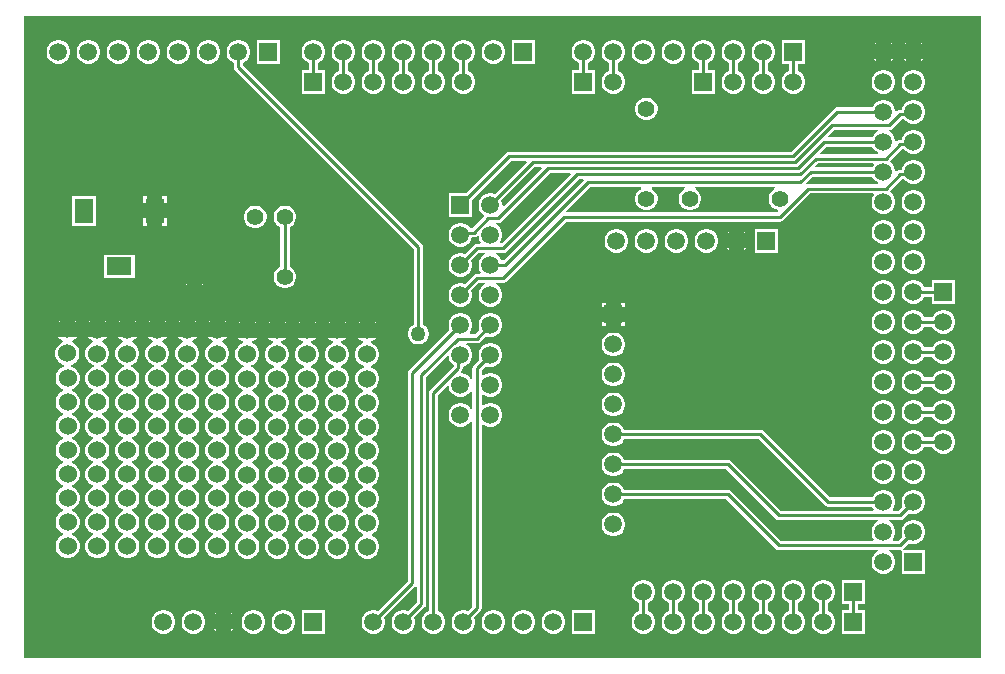
<source format=gtl>
G04*
G04 #@! TF.GenerationSoftware,Altium Limited,Altium Designer,21.2.2 (38)*
G04*
G04 Layer_Physical_Order=1*
G04 Layer_Color=255*
%FSLAX25Y25*%
%MOIN*%
G70*
G04*
G04 #@! TF.SameCoordinates,29F7D32E-A79C-4082-AA7E-55410590E176*
G04*
G04*
G04 #@! TF.FilePolarity,Positive*
G04*
G01*
G75*
%ADD13C,0.01000*%
%ADD23R,0.05906X0.05906*%
%ADD24C,0.05906*%
%ADD25R,0.05906X0.05906*%
%ADD26C,0.06000*%
%ADD27C,0.05512*%
%ADD28R,0.05906X0.08268*%
%ADD29R,0.08268X0.05906*%
%ADD30C,0.05000*%
G36*
X601500Y190000D02*
X282500D01*
Y404000D01*
X601500D01*
Y190000D01*
D02*
G37*
%LPC*%
G36*
X581500Y395090D02*
Y394500D01*
X582090D01*
X581500Y395090D01*
D02*
G37*
G36*
X571500D02*
Y394500D01*
X572090D01*
X571500Y395090D01*
D02*
G37*
G36*
X566500D02*
X565910Y394500D01*
X566500D01*
Y395090D01*
D02*
G37*
G36*
X576500D02*
X575910Y394500D01*
X576500D01*
Y395090D01*
D02*
G37*
G36*
X582090Y389500D02*
X581500D01*
Y388910D01*
X582090Y389500D01*
D02*
G37*
G36*
X572090D02*
X571500D01*
Y388910D01*
X572090Y389500D01*
D02*
G37*
G36*
X576500D02*
X575910D01*
X576500Y388910D01*
Y389500D01*
D02*
G37*
G36*
X566500D02*
X565910D01*
X566500Y388910D01*
Y389500D01*
D02*
G37*
G36*
X499520Y395953D02*
X498480D01*
X497474Y395683D01*
X496573Y395163D01*
X495837Y394427D01*
X495317Y393526D01*
X495047Y392520D01*
Y391480D01*
X495317Y390474D01*
X495837Y389573D01*
X496573Y388837D01*
X497474Y388317D01*
X498480Y388047D01*
X499520D01*
X500526Y388317D01*
X501427Y388837D01*
X502163Y389573D01*
X502683Y390474D01*
X502953Y391480D01*
Y392520D01*
X502683Y393526D01*
X502163Y394427D01*
X501427Y395163D01*
X500526Y395683D01*
X499520Y395953D01*
D02*
G37*
G36*
X489520D02*
X488480D01*
X487474Y395683D01*
X486573Y395163D01*
X485837Y394427D01*
X485317Y393526D01*
X485047Y392520D01*
Y391480D01*
X485317Y390474D01*
X485837Y389573D01*
X486573Y388837D01*
X487474Y388317D01*
X488480Y388047D01*
X489520D01*
X490526Y388317D01*
X491427Y388837D01*
X492163Y389573D01*
X492683Y390474D01*
X492953Y391480D01*
Y392520D01*
X492683Y393526D01*
X492163Y394427D01*
X491427Y395163D01*
X490526Y395683D01*
X489520Y395953D01*
D02*
G37*
G36*
X452953D02*
X445047D01*
Y388047D01*
X452953D01*
Y395953D01*
D02*
G37*
G36*
X439520D02*
X438480D01*
X437474Y395683D01*
X436573Y395163D01*
X435837Y394427D01*
X435317Y393526D01*
X435047Y392520D01*
Y391480D01*
X435317Y390474D01*
X435837Y389573D01*
X436573Y388837D01*
X437474Y388317D01*
X438480Y388047D01*
X439520D01*
X440526Y388317D01*
X441427Y388837D01*
X442163Y389573D01*
X442683Y390474D01*
X442953Y391480D01*
Y392520D01*
X442683Y393526D01*
X442163Y394427D01*
X441427Y395163D01*
X440526Y395683D01*
X439520Y395953D01*
D02*
G37*
G36*
X367953D02*
X360047D01*
Y388047D01*
X367953D01*
Y395953D01*
D02*
G37*
G36*
X344520D02*
X343480D01*
X342474Y395683D01*
X341573Y395163D01*
X340837Y394427D01*
X340317Y393526D01*
X340047Y392520D01*
Y391480D01*
X340317Y390474D01*
X340837Y389573D01*
X341573Y388837D01*
X342474Y388317D01*
X343480Y388047D01*
X344520D01*
X345526Y388317D01*
X346427Y388837D01*
X347163Y389573D01*
X347683Y390474D01*
X347953Y391480D01*
Y392520D01*
X347683Y393526D01*
X347163Y394427D01*
X346427Y395163D01*
X345526Y395683D01*
X344520Y395953D01*
D02*
G37*
G36*
X334520D02*
X333480D01*
X332474Y395683D01*
X331573Y395163D01*
X330837Y394427D01*
X330317Y393526D01*
X330047Y392520D01*
Y391480D01*
X330317Y390474D01*
X330837Y389573D01*
X331573Y388837D01*
X332474Y388317D01*
X333480Y388047D01*
X334520D01*
X335526Y388317D01*
X336427Y388837D01*
X337163Y389573D01*
X337683Y390474D01*
X337953Y391480D01*
Y392520D01*
X337683Y393526D01*
X337163Y394427D01*
X336427Y395163D01*
X335526Y395683D01*
X334520Y395953D01*
D02*
G37*
G36*
X324520D02*
X323480D01*
X322474Y395683D01*
X321573Y395163D01*
X320837Y394427D01*
X320317Y393526D01*
X320047Y392520D01*
Y391480D01*
X320317Y390474D01*
X320837Y389573D01*
X321573Y388837D01*
X322474Y388317D01*
X323480Y388047D01*
X324520D01*
X325526Y388317D01*
X326427Y388837D01*
X327163Y389573D01*
X327683Y390474D01*
X327953Y391480D01*
Y392520D01*
X327683Y393526D01*
X327163Y394427D01*
X326427Y395163D01*
X325526Y395683D01*
X324520Y395953D01*
D02*
G37*
G36*
X314520D02*
X313480D01*
X312474Y395683D01*
X311573Y395163D01*
X310837Y394427D01*
X310317Y393526D01*
X310047Y392520D01*
Y391480D01*
X310317Y390474D01*
X310837Y389573D01*
X311573Y388837D01*
X312474Y388317D01*
X313480Y388047D01*
X314520D01*
X315526Y388317D01*
X316427Y388837D01*
X317163Y389573D01*
X317683Y390474D01*
X317953Y391480D01*
Y392520D01*
X317683Y393526D01*
X317163Y394427D01*
X316427Y395163D01*
X315526Y395683D01*
X314520Y395953D01*
D02*
G37*
G36*
X304520D02*
X303480D01*
X302474Y395683D01*
X301573Y395163D01*
X300837Y394427D01*
X300317Y393526D01*
X300047Y392520D01*
Y391480D01*
X300317Y390474D01*
X300837Y389573D01*
X301573Y388837D01*
X302474Y388317D01*
X303480Y388047D01*
X304520D01*
X305526Y388317D01*
X306427Y388837D01*
X307163Y389573D01*
X307683Y390474D01*
X307953Y391480D01*
Y392520D01*
X307683Y393526D01*
X307163Y394427D01*
X306427Y395163D01*
X305526Y395683D01*
X304520Y395953D01*
D02*
G37*
G36*
X294520D02*
X293480D01*
X292474Y395683D01*
X291573Y395163D01*
X290837Y394427D01*
X290317Y393526D01*
X290047Y392520D01*
Y391480D01*
X290317Y390474D01*
X290837Y389573D01*
X291573Y388837D01*
X292474Y388317D01*
X293480Y388047D01*
X294520D01*
X295526Y388317D01*
X296427Y388837D01*
X297163Y389573D01*
X297683Y390474D01*
X297953Y391480D01*
Y392520D01*
X297683Y393526D01*
X297163Y394427D01*
X296427Y395163D01*
X295526Y395683D01*
X294520Y395953D01*
D02*
G37*
G36*
X579520Y385953D02*
X578480D01*
X577474Y385683D01*
X576573Y385163D01*
X575837Y384427D01*
X575317Y383526D01*
X575047Y382520D01*
Y381480D01*
X575317Y380474D01*
X575837Y379573D01*
X576573Y378837D01*
X577474Y378317D01*
X578480Y378047D01*
X579520D01*
X580526Y378317D01*
X581427Y378837D01*
X582163Y379573D01*
X582683Y380474D01*
X582953Y381480D01*
Y382520D01*
X582683Y383526D01*
X582163Y384427D01*
X581427Y385163D01*
X580526Y385683D01*
X579520Y385953D01*
D02*
G37*
G36*
X569520D02*
X568480D01*
X567474Y385683D01*
X566573Y385163D01*
X565837Y384427D01*
X565317Y383526D01*
X565047Y382520D01*
Y381480D01*
X565317Y380474D01*
X565837Y379573D01*
X566573Y378837D01*
X567474Y378317D01*
X568480Y378047D01*
X569520D01*
X570526Y378317D01*
X571427Y378837D01*
X572163Y379573D01*
X572683Y380474D01*
X572953Y381480D01*
Y382520D01*
X572683Y383526D01*
X572163Y384427D01*
X571427Y385163D01*
X570526Y385683D01*
X569520Y385953D01*
D02*
G37*
G36*
X542953Y395953D02*
X535047D01*
Y388047D01*
X537471D01*
Y385681D01*
X536573Y385163D01*
X535837Y384427D01*
X535317Y383526D01*
X535047Y382520D01*
Y381480D01*
X535317Y380474D01*
X535837Y379573D01*
X536573Y378837D01*
X537474Y378317D01*
X538480Y378047D01*
X539520D01*
X540526Y378317D01*
X541427Y378837D01*
X542163Y379573D01*
X542683Y380474D01*
X542953Y381480D01*
Y382520D01*
X542683Y383526D01*
X542163Y384427D01*
X541427Y385163D01*
X540529Y385681D01*
Y388047D01*
X542953D01*
Y395953D01*
D02*
G37*
G36*
X529520D02*
X528480D01*
X527474Y395683D01*
X526573Y395163D01*
X525837Y394427D01*
X525317Y393526D01*
X525047Y392520D01*
Y391480D01*
X525317Y390474D01*
X525837Y389573D01*
X526573Y388837D01*
X527471Y388319D01*
Y385681D01*
X526573Y385163D01*
X525837Y384427D01*
X525317Y383526D01*
X525047Y382520D01*
Y381480D01*
X525317Y380474D01*
X525837Y379573D01*
X526573Y378837D01*
X527474Y378317D01*
X528480Y378047D01*
X529520D01*
X530526Y378317D01*
X531427Y378837D01*
X532163Y379573D01*
X532683Y380474D01*
X532953Y381480D01*
Y382520D01*
X532683Y383526D01*
X532163Y384427D01*
X531427Y385163D01*
X530529Y385681D01*
Y388319D01*
X531427Y388837D01*
X532163Y389573D01*
X532683Y390474D01*
X532953Y391480D01*
Y392520D01*
X532683Y393526D01*
X532163Y394427D01*
X531427Y395163D01*
X530526Y395683D01*
X529520Y395953D01*
D02*
G37*
G36*
X519520D02*
X518480D01*
X517474Y395683D01*
X516573Y395163D01*
X515837Y394427D01*
X515317Y393526D01*
X515047Y392520D01*
Y391480D01*
X515317Y390474D01*
X515837Y389573D01*
X516573Y388837D01*
X517471Y388319D01*
Y385681D01*
X516573Y385163D01*
X515837Y384427D01*
X515317Y383526D01*
X515047Y382520D01*
Y381480D01*
X515317Y380474D01*
X515837Y379573D01*
X516573Y378837D01*
X517474Y378317D01*
X518480Y378047D01*
X519520D01*
X520526Y378317D01*
X521427Y378837D01*
X522163Y379573D01*
X522683Y380474D01*
X522953Y381480D01*
Y382520D01*
X522683Y383526D01*
X522163Y384427D01*
X521427Y385163D01*
X520529Y385681D01*
Y388319D01*
X521427Y388837D01*
X522163Y389573D01*
X522683Y390474D01*
X522953Y391480D01*
Y392520D01*
X522683Y393526D01*
X522163Y394427D01*
X521427Y395163D01*
X520526Y395683D01*
X519520Y395953D01*
D02*
G37*
G36*
X509520D02*
X508480D01*
X507474Y395683D01*
X506573Y395163D01*
X505837Y394427D01*
X505317Y393526D01*
X505047Y392520D01*
Y391480D01*
X505317Y390474D01*
X505837Y389573D01*
X506573Y388837D01*
X507471Y388319D01*
Y385953D01*
X505047D01*
Y378047D01*
X512953D01*
Y385953D01*
X510529D01*
Y388319D01*
X511427Y388837D01*
X512163Y389573D01*
X512683Y390474D01*
X512953Y391480D01*
Y392520D01*
X512683Y393526D01*
X512163Y394427D01*
X511427Y395163D01*
X510526Y395683D01*
X509520Y395953D01*
D02*
G37*
G36*
X479520D02*
X478480D01*
X477474Y395683D01*
X476573Y395163D01*
X475837Y394427D01*
X475317Y393526D01*
X475047Y392520D01*
Y391480D01*
X475317Y390474D01*
X475837Y389573D01*
X476573Y388837D01*
X477471Y388319D01*
Y385681D01*
X476573Y385163D01*
X475837Y384427D01*
X475317Y383526D01*
X475047Y382520D01*
Y381480D01*
X475317Y380474D01*
X475837Y379573D01*
X476573Y378837D01*
X477474Y378317D01*
X478480Y378047D01*
X479520D01*
X480526Y378317D01*
X481427Y378837D01*
X482163Y379573D01*
X482683Y380474D01*
X482953Y381480D01*
Y382520D01*
X482683Y383526D01*
X482163Y384427D01*
X481427Y385163D01*
X480529Y385681D01*
Y388319D01*
X481427Y388837D01*
X482163Y389573D01*
X482683Y390474D01*
X482953Y391480D01*
Y392520D01*
X482683Y393526D01*
X482163Y394427D01*
X481427Y395163D01*
X480526Y395683D01*
X479520Y395953D01*
D02*
G37*
G36*
X469520D02*
X468480D01*
X467474Y395683D01*
X466573Y395163D01*
X465837Y394427D01*
X465317Y393526D01*
X465047Y392520D01*
Y391480D01*
X465317Y390474D01*
X465837Y389573D01*
X466573Y388837D01*
X467471Y388319D01*
Y385953D01*
X465047D01*
Y378047D01*
X472953D01*
Y385953D01*
X470529D01*
Y388319D01*
X471427Y388837D01*
X472163Y389573D01*
X472683Y390474D01*
X472953Y391480D01*
Y392520D01*
X472683Y393526D01*
X472163Y394427D01*
X471427Y395163D01*
X470526Y395683D01*
X469520Y395953D01*
D02*
G37*
G36*
X429520D02*
X428480D01*
X427474Y395683D01*
X426573Y395163D01*
X425837Y394427D01*
X425317Y393526D01*
X425047Y392520D01*
Y391480D01*
X425317Y390474D01*
X425837Y389573D01*
X426573Y388837D01*
X427471Y388319D01*
Y385681D01*
X426573Y385163D01*
X425837Y384427D01*
X425317Y383526D01*
X425047Y382520D01*
Y381480D01*
X425317Y380474D01*
X425837Y379573D01*
X426573Y378837D01*
X427474Y378317D01*
X428480Y378047D01*
X429520D01*
X430526Y378317D01*
X431427Y378837D01*
X432163Y379573D01*
X432683Y380474D01*
X432953Y381480D01*
Y382520D01*
X432683Y383526D01*
X432163Y384427D01*
X431427Y385163D01*
X430529Y385681D01*
Y388319D01*
X431427Y388837D01*
X432163Y389573D01*
X432683Y390474D01*
X432953Y391480D01*
Y392520D01*
X432683Y393526D01*
X432163Y394427D01*
X431427Y395163D01*
X430526Y395683D01*
X429520Y395953D01*
D02*
G37*
G36*
X419520D02*
X418480D01*
X417474Y395683D01*
X416573Y395163D01*
X415837Y394427D01*
X415317Y393526D01*
X415047Y392520D01*
Y391480D01*
X415317Y390474D01*
X415837Y389573D01*
X416573Y388837D01*
X417471Y388319D01*
Y385681D01*
X416573Y385163D01*
X415837Y384427D01*
X415317Y383526D01*
X415047Y382520D01*
Y381480D01*
X415317Y380474D01*
X415837Y379573D01*
X416573Y378837D01*
X417474Y378317D01*
X418480Y378047D01*
X419520D01*
X420526Y378317D01*
X421427Y378837D01*
X422163Y379573D01*
X422683Y380474D01*
X422953Y381480D01*
Y382520D01*
X422683Y383526D01*
X422163Y384427D01*
X421427Y385163D01*
X420529Y385681D01*
Y388319D01*
X421427Y388837D01*
X422163Y389573D01*
X422683Y390474D01*
X422953Y391480D01*
Y392520D01*
X422683Y393526D01*
X422163Y394427D01*
X421427Y395163D01*
X420526Y395683D01*
X419520Y395953D01*
D02*
G37*
G36*
X409520D02*
X408480D01*
X407474Y395683D01*
X406573Y395163D01*
X405837Y394427D01*
X405317Y393526D01*
X405047Y392520D01*
Y391480D01*
X405317Y390474D01*
X405837Y389573D01*
X406573Y388837D01*
X407471Y388319D01*
Y385681D01*
X406573Y385163D01*
X405837Y384427D01*
X405317Y383526D01*
X405047Y382520D01*
Y381480D01*
X405317Y380474D01*
X405837Y379573D01*
X406573Y378837D01*
X407474Y378317D01*
X408480Y378047D01*
X409520D01*
X410526Y378317D01*
X411427Y378837D01*
X412163Y379573D01*
X412683Y380474D01*
X412953Y381480D01*
Y382520D01*
X412683Y383526D01*
X412163Y384427D01*
X411427Y385163D01*
X410529Y385681D01*
Y388319D01*
X411427Y388837D01*
X412163Y389573D01*
X412683Y390474D01*
X412953Y391480D01*
Y392520D01*
X412683Y393526D01*
X412163Y394427D01*
X411427Y395163D01*
X410526Y395683D01*
X409520Y395953D01*
D02*
G37*
G36*
X399520D02*
X398480D01*
X397474Y395683D01*
X396573Y395163D01*
X395837Y394427D01*
X395317Y393526D01*
X395047Y392520D01*
Y391480D01*
X395317Y390474D01*
X395837Y389573D01*
X396573Y388837D01*
X397471Y388319D01*
Y385681D01*
X396573Y385163D01*
X395837Y384427D01*
X395317Y383526D01*
X395047Y382520D01*
Y381480D01*
X395317Y380474D01*
X395837Y379573D01*
X396573Y378837D01*
X397474Y378317D01*
X398480Y378047D01*
X399520D01*
X400526Y378317D01*
X401427Y378837D01*
X402163Y379573D01*
X402683Y380474D01*
X402953Y381480D01*
Y382520D01*
X402683Y383526D01*
X402163Y384427D01*
X401427Y385163D01*
X400529Y385681D01*
Y388319D01*
X401427Y388837D01*
X402163Y389573D01*
X402683Y390474D01*
X402953Y391480D01*
Y392520D01*
X402683Y393526D01*
X402163Y394427D01*
X401427Y395163D01*
X400526Y395683D01*
X399520Y395953D01*
D02*
G37*
G36*
X389520D02*
X388480D01*
X387474Y395683D01*
X386573Y395163D01*
X385837Y394427D01*
X385317Y393526D01*
X385047Y392520D01*
Y391480D01*
X385317Y390474D01*
X385837Y389573D01*
X386573Y388837D01*
X387471Y388319D01*
Y385681D01*
X386573Y385163D01*
X385837Y384427D01*
X385317Y383526D01*
X385047Y382520D01*
Y381480D01*
X385317Y380474D01*
X385837Y379573D01*
X386573Y378837D01*
X387474Y378317D01*
X388480Y378047D01*
X389520D01*
X390526Y378317D01*
X391427Y378837D01*
X392163Y379573D01*
X392683Y380474D01*
X392953Y381480D01*
Y382520D01*
X392683Y383526D01*
X392163Y384427D01*
X391427Y385163D01*
X390529Y385681D01*
Y388319D01*
X391427Y388837D01*
X392163Y389573D01*
X392683Y390474D01*
X392953Y391480D01*
Y392520D01*
X392683Y393526D01*
X392163Y394427D01*
X391427Y395163D01*
X390526Y395683D01*
X389520Y395953D01*
D02*
G37*
G36*
X379520D02*
X378480D01*
X377474Y395683D01*
X376573Y395163D01*
X375837Y394427D01*
X375317Y393526D01*
X375047Y392520D01*
Y391480D01*
X375317Y390474D01*
X375837Y389573D01*
X376573Y388837D01*
X377471Y388319D01*
Y385953D01*
X375047D01*
Y378047D01*
X382953D01*
Y385953D01*
X380529D01*
Y388319D01*
X381427Y388837D01*
X382163Y389573D01*
X382683Y390474D01*
X382953Y391480D01*
Y392520D01*
X382683Y393526D01*
X382163Y394427D01*
X381427Y395163D01*
X380526Y395683D01*
X379520Y395953D01*
D02*
G37*
G36*
X579520Y375953D02*
X578480D01*
X577474Y375683D01*
X576573Y375163D01*
X575837Y374427D01*
X575317Y373526D01*
X575117Y372779D01*
X574547D01*
X573962Y372663D01*
X573466Y372332D01*
X573415Y372280D01*
X572953Y372472D01*
Y372520D01*
X572683Y373526D01*
X572163Y374427D01*
X571427Y375163D01*
X570526Y375683D01*
X569520Y375953D01*
X568480D01*
X567474Y375683D01*
X566573Y375163D01*
X565837Y374427D01*
X565319Y373529D01*
X553500D01*
X552915Y373413D01*
X552419Y373081D01*
X538124Y358787D01*
X444257D01*
X443672Y358670D01*
X443176Y358338D01*
X429790Y344953D01*
X424047D01*
Y337047D01*
X431953D01*
Y342790D01*
X444891Y355728D01*
X449911D01*
X450103Y355266D01*
X439522Y344685D01*
X438520Y344953D01*
X437480D01*
X436474Y344683D01*
X435573Y344163D01*
X434837Y343427D01*
X434317Y342526D01*
X434047Y341520D01*
Y340480D01*
X434317Y339474D01*
X434837Y338573D01*
X435573Y337837D01*
X435727Y337748D01*
X435792Y337252D01*
X431819Y333279D01*
X431248D01*
X431163Y333427D01*
X430427Y334163D01*
X429526Y334683D01*
X428520Y334953D01*
X427480D01*
X426474Y334683D01*
X425573Y334163D01*
X424837Y333427D01*
X424317Y332526D01*
X424047Y331520D01*
Y330480D01*
X424317Y329474D01*
X424837Y328573D01*
X425573Y327837D01*
X426474Y327317D01*
X427480Y327047D01*
X428520D01*
X429526Y327317D01*
X430427Y327837D01*
X431163Y328573D01*
X431683Y329474D01*
X431883Y330221D01*
X432453D01*
X433038Y330337D01*
X433534Y330668D01*
X433585Y330720D01*
X434047Y330528D01*
Y330480D01*
X434317Y329474D01*
X434837Y328573D01*
X434871Y328539D01*
X434680Y328077D01*
X433547D01*
X432962Y327960D01*
X432466Y327629D01*
X429522Y324685D01*
X428520Y324953D01*
X427480D01*
X426474Y324683D01*
X425573Y324163D01*
X424837Y323427D01*
X424317Y322526D01*
X424047Y321520D01*
Y320480D01*
X424317Y319474D01*
X424837Y318573D01*
X425573Y317837D01*
X426474Y317317D01*
X427480Y317047D01*
X428520D01*
X429526Y317317D01*
X430427Y317837D01*
X431163Y318573D01*
X431683Y319474D01*
X431953Y320480D01*
Y321520D01*
X431684Y322522D01*
X434181Y325018D01*
X436054D01*
X436188Y324518D01*
X435573Y324163D01*
X434837Y323427D01*
X434317Y322526D01*
X434047Y321520D01*
Y320480D01*
X434317Y319474D01*
X434837Y318573D01*
X434871Y318539D01*
X434680Y318077D01*
X433547D01*
X432962Y317960D01*
X432466Y317629D01*
X429522Y314685D01*
X428520Y314953D01*
X427480D01*
X426474Y314683D01*
X425573Y314163D01*
X424837Y313427D01*
X424317Y312526D01*
X424047Y311520D01*
Y310480D01*
X424317Y309474D01*
X424837Y308573D01*
X425573Y307837D01*
X426474Y307317D01*
X427480Y307047D01*
X428520D01*
X429526Y307317D01*
X430427Y307837D01*
X431163Y308573D01*
X431683Y309474D01*
X431953Y310480D01*
Y311520D01*
X431684Y312522D01*
X434181Y315018D01*
X436054D01*
X436188Y314518D01*
X435573Y314163D01*
X434837Y313427D01*
X434317Y312526D01*
X434047Y311520D01*
Y310480D01*
X434317Y309474D01*
X434837Y308573D01*
X435573Y307837D01*
X436474Y307317D01*
X437480Y307047D01*
X438520D01*
X439526Y307317D01*
X440427Y307837D01*
X441163Y308573D01*
X441683Y309474D01*
X441953Y310480D01*
Y311520D01*
X441683Y312526D01*
X441163Y313427D01*
X440427Y314163D01*
X439812Y314518D01*
X439946Y315018D01*
X442047D01*
X442632Y315134D01*
X443129Y315466D01*
X463133Y335471D01*
X534519D01*
X535104Y335587D01*
X535600Y335919D01*
X544605Y344923D01*
X565680D01*
X565871Y344461D01*
X565837Y344427D01*
X565317Y343526D01*
X565047Y342520D01*
Y341480D01*
X565317Y340474D01*
X565837Y339573D01*
X566573Y338837D01*
X567474Y338317D01*
X568480Y338047D01*
X569520D01*
X570526Y338317D01*
X571427Y338837D01*
X572163Y339573D01*
X572683Y340474D01*
X572953Y341480D01*
Y342520D01*
X572683Y343526D01*
X572163Y344427D01*
X571427Y345163D01*
X571273Y345252D01*
X571208Y345748D01*
X575181Y349721D01*
X575752D01*
X575837Y349573D01*
X576573Y348837D01*
X577474Y348317D01*
X578480Y348047D01*
X579520D01*
X580526Y348317D01*
X581427Y348837D01*
X582163Y349573D01*
X582683Y350474D01*
X582953Y351480D01*
Y352520D01*
X582683Y353526D01*
X582163Y354427D01*
X581427Y355163D01*
X580526Y355683D01*
X579520Y355953D01*
X578480D01*
X577474Y355683D01*
X576573Y355163D01*
X575837Y354427D01*
X575317Y353526D01*
X575117Y352780D01*
X574547D01*
X573962Y352663D01*
X573466Y352331D01*
X573415Y352280D01*
X572953Y352472D01*
Y352520D01*
X572683Y353526D01*
X572163Y354427D01*
X571427Y355163D01*
X571273Y355252D01*
X571208Y355748D01*
X575181Y359721D01*
X575752D01*
X575837Y359573D01*
X576573Y358837D01*
X577474Y358317D01*
X578480Y358047D01*
X579520D01*
X580526Y358317D01*
X581427Y358837D01*
X582163Y359573D01*
X582683Y360474D01*
X582953Y361480D01*
Y362520D01*
X582683Y363526D01*
X582163Y364427D01*
X581427Y365163D01*
X580526Y365683D01*
X579520Y365953D01*
X578480D01*
X577474Y365683D01*
X576573Y365163D01*
X575837Y364427D01*
X575317Y363526D01*
X575117Y362779D01*
X574547D01*
X573962Y362663D01*
X573466Y362332D01*
X573415Y362280D01*
X572953Y362472D01*
Y362520D01*
X572683Y363526D01*
X572163Y364427D01*
X571427Y365163D01*
X570812Y365518D01*
X570832Y365832D01*
X570920Y366033D01*
X571430Y366134D01*
X571926Y366466D01*
X575181Y369721D01*
X575752D01*
X575837Y369573D01*
X576573Y368837D01*
X577474Y368317D01*
X578480Y368047D01*
X579520D01*
X580526Y368317D01*
X581427Y368837D01*
X582163Y369573D01*
X582683Y370474D01*
X582953Y371480D01*
Y372520D01*
X582683Y373526D01*
X582163Y374427D01*
X581427Y375163D01*
X580526Y375683D01*
X579520Y375953D01*
D02*
G37*
G36*
X490494Y376756D02*
X489505D01*
X488550Y376500D01*
X487694Y376006D01*
X486995Y375306D01*
X486500Y374450D01*
X486244Y373495D01*
Y372505D01*
X486500Y371550D01*
X486995Y370694D01*
X487694Y369994D01*
X488550Y369500D01*
X489505Y369244D01*
X490494D01*
X491450Y369500D01*
X492306Y369994D01*
X493006Y370694D01*
X493500Y371550D01*
X493756Y372505D01*
Y373495D01*
X493500Y374450D01*
X493006Y375306D01*
X492306Y376006D01*
X491450Y376500D01*
X490494Y376756D01*
D02*
G37*
G36*
X330075Y344134D02*
X328622D01*
Y341500D01*
X330075D01*
Y344134D01*
D02*
G37*
G36*
X323622D02*
X322169D01*
Y341500D01*
X323622D01*
Y344134D01*
D02*
G37*
G36*
X579520Y345953D02*
X578480D01*
X577474Y345683D01*
X576573Y345163D01*
X575837Y344427D01*
X575317Y343526D01*
X575047Y342520D01*
Y341480D01*
X575317Y340474D01*
X575837Y339573D01*
X576573Y338837D01*
X577474Y338317D01*
X578480Y338047D01*
X579520D01*
X580526Y338317D01*
X581427Y338837D01*
X582163Y339573D01*
X582683Y340474D01*
X582953Y341480D01*
Y342520D01*
X582683Y343526D01*
X582163Y344427D01*
X581427Y345163D01*
X580526Y345683D01*
X579520Y345953D01*
D02*
G37*
G36*
X330075Y336500D02*
X328622D01*
Y333866D01*
X330075D01*
Y336500D01*
D02*
G37*
G36*
X323622D02*
X322169D01*
Y333866D01*
X323622D01*
Y336500D01*
D02*
G37*
G36*
X306453Y344134D02*
X298547D01*
Y333866D01*
X306453D01*
Y344134D01*
D02*
G37*
G36*
X360152Y340756D02*
X359163D01*
X358208Y340500D01*
X357351Y340005D01*
X356652Y339306D01*
X356157Y338450D01*
X355902Y337494D01*
Y336506D01*
X356157Y335550D01*
X356652Y334694D01*
X357351Y333995D01*
X358208Y333500D01*
X359163Y333244D01*
X360152D01*
X361107Y333500D01*
X361964Y333995D01*
X362663Y334694D01*
X363157Y335550D01*
X363413Y336506D01*
Y337494D01*
X363157Y338450D01*
X362663Y339306D01*
X361964Y340005D01*
X361107Y340500D01*
X360152Y340756D01*
D02*
G37*
G36*
X522500Y332090D02*
Y331500D01*
X523090D01*
X522500Y332090D01*
D02*
G37*
G36*
X517500D02*
X516910Y331500D01*
X517500D01*
Y332090D01*
D02*
G37*
G36*
X579520Y335953D02*
X578480D01*
X577474Y335683D01*
X576573Y335163D01*
X575837Y334427D01*
X575317Y333526D01*
X575047Y332520D01*
Y331480D01*
X575317Y330474D01*
X575837Y329573D01*
X576573Y328837D01*
X577474Y328317D01*
X578480Y328047D01*
X579520D01*
X580526Y328317D01*
X581427Y328837D01*
X582163Y329573D01*
X582683Y330474D01*
X582953Y331480D01*
Y332520D01*
X582683Y333526D01*
X582163Y334427D01*
X581427Y335163D01*
X580526Y335683D01*
X579520Y335953D01*
D02*
G37*
G36*
X569520D02*
X568480D01*
X567474Y335683D01*
X566573Y335163D01*
X565837Y334427D01*
X565317Y333526D01*
X565047Y332520D01*
Y331480D01*
X565317Y330474D01*
X565837Y329573D01*
X566573Y328837D01*
X567474Y328317D01*
X568480Y328047D01*
X569520D01*
X570526Y328317D01*
X571427Y328837D01*
X572163Y329573D01*
X572683Y330474D01*
X572953Y331480D01*
Y332520D01*
X572683Y333526D01*
X572163Y334427D01*
X571427Y335163D01*
X570526Y335683D01*
X569520Y335953D01*
D02*
G37*
G36*
X523090Y326500D02*
X522500D01*
Y325910D01*
X523090Y326500D01*
D02*
G37*
G36*
X517500D02*
X516910D01*
X517500Y325910D01*
Y326500D01*
D02*
G37*
G36*
X533953Y332953D02*
X526047D01*
Y325047D01*
X533953D01*
Y332953D01*
D02*
G37*
G36*
X510520D02*
X509480D01*
X508474Y332683D01*
X507573Y332163D01*
X506837Y331427D01*
X506317Y330526D01*
X506047Y329520D01*
Y328480D01*
X506317Y327474D01*
X506837Y326573D01*
X507573Y325837D01*
X508474Y325317D01*
X509480Y325047D01*
X510520D01*
X511526Y325317D01*
X512427Y325837D01*
X513163Y326573D01*
X513683Y327474D01*
X513953Y328480D01*
Y329520D01*
X513683Y330526D01*
X513163Y331427D01*
X512427Y332163D01*
X511526Y332683D01*
X510520Y332953D01*
D02*
G37*
G36*
X500520D02*
X499480D01*
X498474Y332683D01*
X497573Y332163D01*
X496837Y331427D01*
X496317Y330526D01*
X496047Y329520D01*
Y328480D01*
X496317Y327474D01*
X496837Y326573D01*
X497573Y325837D01*
X498474Y325317D01*
X499480Y325047D01*
X500520D01*
X501526Y325317D01*
X502427Y325837D01*
X503163Y326573D01*
X503683Y327474D01*
X503953Y328480D01*
Y329520D01*
X503683Y330526D01*
X503163Y331427D01*
X502427Y332163D01*
X501526Y332683D01*
X500520Y332953D01*
D02*
G37*
G36*
X490520D02*
X489480D01*
X488474Y332683D01*
X487573Y332163D01*
X486837Y331427D01*
X486317Y330526D01*
X486047Y329520D01*
Y328480D01*
X486317Y327474D01*
X486837Y326573D01*
X487573Y325837D01*
X488474Y325317D01*
X489480Y325047D01*
X490520D01*
X491526Y325317D01*
X492427Y325837D01*
X493163Y326573D01*
X493683Y327474D01*
X493953Y328480D01*
Y329520D01*
X493683Y330526D01*
X493163Y331427D01*
X492427Y332163D01*
X491526Y332683D01*
X490520Y332953D01*
D02*
G37*
G36*
X480520D02*
X479480D01*
X478474Y332683D01*
X477573Y332163D01*
X476837Y331427D01*
X476317Y330526D01*
X476047Y329520D01*
Y328480D01*
X476317Y327474D01*
X476837Y326573D01*
X477573Y325837D01*
X478474Y325317D01*
X479480Y325047D01*
X480520D01*
X481526Y325317D01*
X482427Y325837D01*
X483163Y326573D01*
X483683Y327474D01*
X483953Y328480D01*
Y329520D01*
X483683Y330526D01*
X483163Y331427D01*
X482427Y332163D01*
X481526Y332683D01*
X480520Y332953D01*
D02*
G37*
G36*
X342000Y319812D02*
Y319500D01*
X342312D01*
X342000Y319812D01*
D02*
G37*
G36*
X337000D02*
X336688Y319500D01*
X337000D01*
Y319812D01*
D02*
G37*
G36*
X579520Y325953D02*
X578480D01*
X577474Y325683D01*
X576573Y325163D01*
X575837Y324427D01*
X575317Y323526D01*
X575047Y322520D01*
Y321480D01*
X575317Y320474D01*
X575837Y319573D01*
X576573Y318837D01*
X577474Y318317D01*
X578480Y318047D01*
X579520D01*
X580526Y318317D01*
X581427Y318837D01*
X582163Y319573D01*
X582683Y320474D01*
X582953Y321480D01*
Y322520D01*
X582683Y323526D01*
X582163Y324427D01*
X581427Y325163D01*
X580526Y325683D01*
X579520Y325953D01*
D02*
G37*
G36*
X569520D02*
X568480D01*
X567474Y325683D01*
X566573Y325163D01*
X565837Y324427D01*
X565317Y323526D01*
X565047Y322520D01*
Y321480D01*
X565317Y320474D01*
X565837Y319573D01*
X566573Y318837D01*
X567474Y318317D01*
X568480Y318047D01*
X569520D01*
X570526Y318317D01*
X571427Y318837D01*
X572163Y319573D01*
X572683Y320474D01*
X572953Y321480D01*
Y322520D01*
X572683Y323526D01*
X572163Y324427D01*
X571427Y325163D01*
X570526Y325683D01*
X569520Y325953D01*
D02*
G37*
G36*
X319445Y324449D02*
X309177D01*
Y316543D01*
X319445D01*
Y324449D01*
D02*
G37*
G36*
X342312Y314500D02*
X342000D01*
Y314188D01*
X342312Y314500D01*
D02*
G37*
G36*
X337000D02*
X336688D01*
X337000Y314188D01*
Y314500D01*
D02*
G37*
G36*
X592953Y315953D02*
X585047D01*
Y313529D01*
X582681D01*
X582163Y314427D01*
X581427Y315163D01*
X580526Y315683D01*
X579520Y315953D01*
X578480D01*
X577474Y315683D01*
X576573Y315163D01*
X575837Y314427D01*
X575317Y313526D01*
X575047Y312520D01*
Y311480D01*
X575317Y310474D01*
X575837Y309573D01*
X576573Y308837D01*
X577474Y308317D01*
X578480Y308047D01*
X579520D01*
X580526Y308317D01*
X581427Y308837D01*
X582163Y309573D01*
X582681Y310471D01*
X585047D01*
Y308047D01*
X592953D01*
Y315953D01*
D02*
G37*
G36*
X369994Y340756D02*
X369005D01*
X368050Y340500D01*
X367194Y340005D01*
X366494Y339306D01*
X366000Y338450D01*
X365744Y337494D01*
Y336506D01*
X366000Y335550D01*
X366494Y334694D01*
X367194Y333995D01*
X367971Y333546D01*
Y320454D01*
X367194Y320005D01*
X366494Y319306D01*
X366000Y318450D01*
X365744Y317495D01*
Y316506D01*
X366000Y315550D01*
X366494Y314694D01*
X367194Y313995D01*
X368050Y313500D01*
X369005Y313244D01*
X369994D01*
X370950Y313500D01*
X371806Y313995D01*
X372505Y314694D01*
X373000Y315550D01*
X373256Y316506D01*
Y317495D01*
X373000Y318450D01*
X372505Y319306D01*
X371806Y320005D01*
X371029Y320454D01*
Y333546D01*
X371806Y333995D01*
X372505Y334694D01*
X373000Y335550D01*
X373256Y336506D01*
Y337494D01*
X373000Y338450D01*
X372505Y339306D01*
X371806Y340005D01*
X370950Y340500D01*
X369994Y340756D01*
D02*
G37*
G36*
X569520Y315953D02*
X568480D01*
X567474Y315683D01*
X566573Y315163D01*
X565837Y314427D01*
X565317Y313526D01*
X565047Y312520D01*
Y311480D01*
X565317Y310474D01*
X565837Y309573D01*
X566573Y308837D01*
X567474Y308317D01*
X568480Y308047D01*
X569520D01*
X570526Y308317D01*
X571427Y308837D01*
X572163Y309573D01*
X572683Y310474D01*
X572953Y311480D01*
Y312520D01*
X572683Y313526D01*
X572163Y314427D01*
X571427Y315163D01*
X570526Y315683D01*
X569520Y315953D01*
D02*
G37*
G36*
X482953Y308453D02*
X481500D01*
Y307000D01*
X482953D01*
Y308453D01*
D02*
G37*
G36*
X476500D02*
X475047D01*
Y307000D01*
X476500D01*
Y308453D01*
D02*
G37*
G36*
X589520Y305953D02*
X588480D01*
X587474Y305683D01*
X586573Y305163D01*
X585837Y304427D01*
X585319Y303529D01*
X582681D01*
X582163Y304427D01*
X581427Y305163D01*
X580526Y305683D01*
X579520Y305953D01*
X578480D01*
X577474Y305683D01*
X576573Y305163D01*
X575837Y304427D01*
X575317Y303526D01*
X575047Y302520D01*
Y301480D01*
X575317Y300474D01*
X575837Y299573D01*
X576573Y298837D01*
X577474Y298317D01*
X578480Y298047D01*
X579520D01*
X580526Y298317D01*
X581427Y298837D01*
X582163Y299573D01*
X582681Y300471D01*
X585319D01*
X585837Y299573D01*
X586573Y298837D01*
X587474Y298317D01*
X588480Y298047D01*
X589520D01*
X590526Y298317D01*
X591427Y298837D01*
X592163Y299573D01*
X592683Y300474D01*
X592953Y301480D01*
Y302520D01*
X592683Y303526D01*
X592163Y304427D01*
X591427Y305163D01*
X590526Y305683D01*
X589520Y305953D01*
D02*
G37*
G36*
X299500Y302657D02*
Y302000D01*
X300157D01*
X299500Y302657D01*
D02*
G37*
G36*
X294500D02*
X293843Y302000D01*
X294500D01*
Y302657D01*
D02*
G37*
G36*
X349435Y302581D02*
Y301924D01*
X350092D01*
X349435Y302581D01*
D02*
G37*
G36*
X344435D02*
X343778Y301924D01*
X344435D01*
Y302581D01*
D02*
G37*
G36*
X339435D02*
Y301924D01*
X340091D01*
X339435Y302581D01*
D02*
G37*
G36*
X334435D02*
X333778Y301924D01*
X334435D01*
Y302581D01*
D02*
G37*
G36*
X329435D02*
Y301924D01*
X330092D01*
X329435Y302581D01*
D02*
G37*
G36*
X324435D02*
X323778Y301924D01*
X324435D01*
Y302581D01*
D02*
G37*
G36*
X319435D02*
Y301924D01*
X320092D01*
X319435Y302581D01*
D02*
G37*
G36*
X314435D02*
X313778Y301924D01*
X314435D01*
Y302581D01*
D02*
G37*
G36*
X309435D02*
Y301924D01*
X310091D01*
X309435Y302581D01*
D02*
G37*
G36*
X304435D02*
X303778Y301924D01*
X304435D01*
Y302581D01*
D02*
G37*
G36*
X359427Y302464D02*
Y301807D01*
X360083D01*
X359427Y302464D01*
D02*
G37*
G36*
X354427D02*
X353770Y301807D01*
X354427D01*
Y302464D01*
D02*
G37*
G36*
X399361Y302388D02*
Y301731D01*
X400018D01*
X399361Y302388D01*
D02*
G37*
G36*
X394361D02*
X393704Y301731D01*
X394361D01*
Y302388D01*
D02*
G37*
G36*
X389361D02*
Y301731D01*
X390018D01*
X389361Y302388D01*
D02*
G37*
G36*
X384361D02*
X383704Y301731D01*
X384361D01*
Y302388D01*
D02*
G37*
G36*
X379361D02*
Y301731D01*
X380018D01*
X379361Y302388D01*
D02*
G37*
G36*
X374361D02*
X373704Y301731D01*
X374361D01*
Y302388D01*
D02*
G37*
G36*
X369361D02*
Y301731D01*
X370018D01*
X369361Y302388D01*
D02*
G37*
G36*
X364361D02*
X363704Y301731D01*
X364361D01*
Y302388D01*
D02*
G37*
G36*
X482953Y302000D02*
X481500D01*
Y300547D01*
X482953D01*
Y302000D01*
D02*
G37*
G36*
X476500D02*
X475047D01*
Y300547D01*
X476500D01*
Y302000D01*
D02*
G37*
G36*
X569520Y305953D02*
X568480D01*
X567474Y305683D01*
X566573Y305163D01*
X565837Y304427D01*
X565317Y303526D01*
X565047Y302520D01*
Y301480D01*
X565317Y300474D01*
X565837Y299573D01*
X566573Y298837D01*
X567474Y298317D01*
X568480Y298047D01*
X569520D01*
X570526Y298317D01*
X571427Y298837D01*
X572163Y299573D01*
X572683Y300474D01*
X572953Y301480D01*
Y302520D01*
X572683Y303526D01*
X572163Y304427D01*
X571427Y305163D01*
X570526Y305683D01*
X569520Y305953D01*
D02*
G37*
G36*
X438520Y304953D02*
X437480D01*
X436474Y304683D01*
X435573Y304163D01*
X434837Y303427D01*
X434317Y302526D01*
X434047Y301520D01*
Y300480D01*
X434315Y299478D01*
X432819Y297982D01*
X431226D01*
X431034Y298444D01*
X431163Y298573D01*
X431683Y299474D01*
X431953Y300480D01*
Y301520D01*
X431683Y302526D01*
X431163Y303427D01*
X430427Y304163D01*
X429526Y304683D01*
X428520Y304953D01*
X427480D01*
X426474Y304683D01*
X425573Y304163D01*
X424837Y303427D01*
X424317Y302526D01*
X424047Y301520D01*
Y300480D01*
X424316Y299478D01*
X410919Y286081D01*
X410587Y285585D01*
X410471Y285000D01*
Y215634D01*
X400522Y205684D01*
X399520Y205953D01*
X398480D01*
X397474Y205683D01*
X396573Y205163D01*
X395837Y204427D01*
X395317Y203526D01*
X395047Y202520D01*
Y201480D01*
X395317Y200474D01*
X395837Y199573D01*
X396573Y198837D01*
X397474Y198317D01*
X398480Y198047D01*
X399520D01*
X400526Y198317D01*
X401427Y198837D01*
X402163Y199573D01*
X402683Y200474D01*
X402953Y201480D01*
Y202520D01*
X402684Y203522D01*
X412971Y213808D01*
X413408Y213671D01*
X413471Y213623D01*
Y208633D01*
X410522Y205684D01*
X409520Y205953D01*
X408480D01*
X407474Y205683D01*
X406573Y205163D01*
X405837Y204427D01*
X405317Y203526D01*
X405047Y202520D01*
Y201480D01*
X405317Y200474D01*
X405837Y199573D01*
X406573Y198837D01*
X407474Y198317D01*
X408480Y198047D01*
X409520D01*
X410526Y198317D01*
X411427Y198837D01*
X412163Y199573D01*
X412683Y200474D01*
X412953Y201480D01*
Y202520D01*
X412684Y203522D01*
X416081Y206919D01*
X416413Y207415D01*
X416529Y208000D01*
Y283664D01*
X423585Y290720D01*
X424047Y290528D01*
Y290480D01*
X424317Y289474D01*
X424837Y288573D01*
X425573Y287837D01*
X425721Y287752D01*
Y287181D01*
X417919Y279379D01*
X417587Y278882D01*
X417471Y278297D01*
Y205681D01*
X416573Y205163D01*
X415837Y204427D01*
X415317Y203526D01*
X415047Y202520D01*
Y201480D01*
X415317Y200474D01*
X415837Y199573D01*
X416573Y198837D01*
X417474Y198317D01*
X418480Y198047D01*
X419520D01*
X420526Y198317D01*
X421427Y198837D01*
X422163Y199573D01*
X422683Y200474D01*
X422953Y201480D01*
Y202520D01*
X422683Y203526D01*
X422163Y204427D01*
X421427Y205163D01*
X420529Y205681D01*
Y277664D01*
X423585Y280720D01*
X424047Y280528D01*
Y280480D01*
X424317Y279474D01*
X424837Y278573D01*
X425573Y277837D01*
X426474Y277317D01*
X427480Y277047D01*
X428520D01*
X429526Y277317D01*
X430427Y277837D01*
X431163Y278573D01*
X431471Y279106D01*
X431971Y278972D01*
Y273028D01*
X431471Y272894D01*
X431163Y273427D01*
X430427Y274163D01*
X429526Y274683D01*
X428520Y274953D01*
X427480D01*
X426474Y274683D01*
X425573Y274163D01*
X424837Y273427D01*
X424317Y272526D01*
X424047Y271520D01*
Y270480D01*
X424317Y269474D01*
X424837Y268573D01*
X425573Y267837D01*
X426474Y267317D01*
X427480Y267047D01*
X428520D01*
X429526Y267317D01*
X430427Y267837D01*
X431163Y268573D01*
X431471Y269106D01*
X431971Y268972D01*
Y207134D01*
X430522Y205684D01*
X429520Y205953D01*
X428480D01*
X427474Y205683D01*
X426573Y205163D01*
X425837Y204427D01*
X425317Y203526D01*
X425047Y202520D01*
Y201480D01*
X425317Y200474D01*
X425837Y199573D01*
X426573Y198837D01*
X427474Y198317D01*
X428480Y198047D01*
X429520D01*
X430526Y198317D01*
X431427Y198837D01*
X432163Y199573D01*
X432683Y200474D01*
X432953Y201480D01*
Y202520D01*
X432685Y203522D01*
X434581Y205419D01*
X434913Y205915D01*
X435029Y206500D01*
Y267727D01*
X435491Y267919D01*
X435573Y267837D01*
X436474Y267317D01*
X437480Y267047D01*
X438520D01*
X439526Y267317D01*
X440427Y267837D01*
X441163Y268573D01*
X441683Y269474D01*
X441953Y270480D01*
Y271520D01*
X441683Y272526D01*
X441163Y273427D01*
X440427Y274163D01*
X439526Y274683D01*
X438520Y274953D01*
X437480D01*
X436474Y274683D01*
X435573Y274163D01*
X435491Y274081D01*
X435029Y274273D01*
Y277727D01*
X435491Y277919D01*
X435573Y277837D01*
X436474Y277317D01*
X437480Y277047D01*
X438520D01*
X439526Y277317D01*
X440427Y277837D01*
X441163Y278573D01*
X441683Y279474D01*
X441953Y280480D01*
Y281520D01*
X441683Y282526D01*
X441163Y283427D01*
X440427Y284163D01*
X439526Y284683D01*
X438520Y284953D01*
X437480D01*
X436474Y284683D01*
X435573Y284163D01*
X435491Y284081D01*
X435029Y284273D01*
Y285866D01*
X436478Y287316D01*
X437480Y287047D01*
X438520D01*
X439526Y287317D01*
X440427Y287837D01*
X441163Y288573D01*
X441683Y289474D01*
X441953Y290480D01*
Y291520D01*
X441683Y292526D01*
X441163Y293427D01*
X440427Y294163D01*
X439526Y294683D01*
X438520Y294953D01*
X437480D01*
X436474Y294683D01*
X435573Y294163D01*
X434837Y293427D01*
X434317Y292526D01*
X434047Y291520D01*
Y290480D01*
X434315Y289478D01*
X432419Y287581D01*
X432087Y287085D01*
X431971Y286500D01*
Y283028D01*
X431471Y282894D01*
X431163Y283427D01*
X430427Y284163D01*
X429526Y284683D01*
X428520Y284953D01*
X428472D01*
X428280Y285415D01*
X428332Y285466D01*
X428663Y285962D01*
X428780Y286547D01*
Y287117D01*
X429526Y287317D01*
X430427Y287837D01*
X431163Y288573D01*
X431683Y289474D01*
X431953Y290480D01*
Y291520D01*
X431683Y292526D01*
X431163Y293427D01*
X430427Y294163D01*
X429976Y294424D01*
X430110Y294923D01*
X433453D01*
X434038Y295040D01*
X434534Y295371D01*
X436478Y297316D01*
X437480Y297047D01*
X438520D01*
X439526Y297317D01*
X440427Y297837D01*
X441163Y298573D01*
X441683Y299474D01*
X441953Y300480D01*
Y301520D01*
X441683Y302526D01*
X441163Y303427D01*
X440427Y304163D01*
X439526Y304683D01*
X438520Y304953D01*
D02*
G37*
G36*
X354520Y395953D02*
X353480D01*
X352474Y395683D01*
X351573Y395163D01*
X350837Y394427D01*
X350317Y393526D01*
X350047Y392520D01*
Y391480D01*
X350317Y390474D01*
X350837Y389573D01*
X351573Y388837D01*
X352471Y388319D01*
Y387000D01*
X352587Y386415D01*
X352919Y385919D01*
X412471Y326366D01*
Y301158D01*
X411851Y300801D01*
X411199Y300149D01*
X410739Y299351D01*
X410500Y298461D01*
Y297539D01*
X410739Y296649D01*
X411199Y295851D01*
X411851Y295199D01*
X412649Y294739D01*
X413539Y294500D01*
X414461D01*
X415351Y294739D01*
X416149Y295199D01*
X416801Y295851D01*
X417262Y296649D01*
X417500Y297539D01*
Y298461D01*
X417262Y299351D01*
X416801Y300149D01*
X416149Y300801D01*
X415529Y301158D01*
Y327000D01*
X415413Y327585D01*
X415081Y328081D01*
X355529Y387633D01*
Y388319D01*
X356427Y388837D01*
X357163Y389573D01*
X357683Y390474D01*
X357953Y391480D01*
Y392520D01*
X357683Y393526D01*
X357163Y394427D01*
X356427Y395163D01*
X355526Y395683D01*
X354520Y395953D01*
D02*
G37*
G36*
X589520Y295953D02*
X588480D01*
X587474Y295683D01*
X586573Y295163D01*
X585837Y294427D01*
X585319Y293529D01*
X582681D01*
X582163Y294427D01*
X581427Y295163D01*
X580526Y295683D01*
X579520Y295953D01*
X578480D01*
X577474Y295683D01*
X576573Y295163D01*
X575837Y294427D01*
X575317Y293526D01*
X575047Y292520D01*
Y291480D01*
X575317Y290474D01*
X575837Y289573D01*
X576573Y288837D01*
X577474Y288317D01*
X578480Y288047D01*
X579520D01*
X580526Y288317D01*
X581427Y288837D01*
X582163Y289573D01*
X582681Y290471D01*
X585319D01*
X585837Y289573D01*
X586573Y288837D01*
X587474Y288317D01*
X588480Y288047D01*
X589520D01*
X590526Y288317D01*
X591427Y288837D01*
X592163Y289573D01*
X592683Y290474D01*
X592953Y291480D01*
Y292520D01*
X592683Y293526D01*
X592163Y294427D01*
X591427Y295163D01*
X590526Y295683D01*
X589520Y295953D01*
D02*
G37*
G36*
X479520Y298453D02*
X478480D01*
X477474Y298183D01*
X476573Y297663D01*
X475837Y296927D01*
X475317Y296026D01*
X475047Y295020D01*
Y293980D01*
X475317Y292974D01*
X475837Y292073D01*
X476573Y291337D01*
X477474Y290817D01*
X478480Y290547D01*
X479520D01*
X480526Y290817D01*
X481427Y291337D01*
X482163Y292073D01*
X482683Y292974D01*
X482953Y293980D01*
Y295020D01*
X482683Y296026D01*
X482163Y296927D01*
X481427Y297663D01*
X480526Y298183D01*
X479520Y298453D01*
D02*
G37*
G36*
X569520Y295953D02*
X568480D01*
X567474Y295683D01*
X566573Y295163D01*
X565837Y294427D01*
X565317Y293526D01*
X565047Y292520D01*
Y291480D01*
X565317Y290474D01*
X565837Y289573D01*
X566573Y288837D01*
X567474Y288317D01*
X568480Y288047D01*
X569520D01*
X570526Y288317D01*
X571427Y288837D01*
X572163Y289573D01*
X572683Y290474D01*
X572953Y291480D01*
Y292520D01*
X572683Y293526D01*
X572163Y294427D01*
X571427Y295163D01*
X570526Y295683D01*
X569520Y295953D01*
D02*
G37*
G36*
X589520Y285953D02*
X588480D01*
X587474Y285683D01*
X586573Y285163D01*
X585837Y284427D01*
X585319Y283529D01*
X582681D01*
X582163Y284427D01*
X581427Y285163D01*
X580526Y285683D01*
X579520Y285953D01*
X578480D01*
X577474Y285683D01*
X576573Y285163D01*
X575837Y284427D01*
X575317Y283526D01*
X575047Y282520D01*
Y281480D01*
X575317Y280474D01*
X575837Y279573D01*
X576573Y278837D01*
X577474Y278317D01*
X578480Y278047D01*
X579520D01*
X580526Y278317D01*
X581427Y278837D01*
X582163Y279573D01*
X582681Y280471D01*
X585319D01*
X585837Y279573D01*
X586573Y278837D01*
X587474Y278317D01*
X588480Y278047D01*
X589520D01*
X590526Y278317D01*
X591427Y278837D01*
X592163Y279573D01*
X592683Y280474D01*
X592953Y281480D01*
Y282520D01*
X592683Y283526D01*
X592163Y284427D01*
X591427Y285163D01*
X590526Y285683D01*
X589520Y285953D01*
D02*
G37*
G36*
X479520Y288453D02*
X478480D01*
X477474Y288183D01*
X476573Y287663D01*
X475837Y286927D01*
X475317Y286026D01*
X475047Y285020D01*
Y283980D01*
X475317Y282974D01*
X475837Y282073D01*
X476573Y281337D01*
X477474Y280817D01*
X478480Y280547D01*
X479520D01*
X480526Y280817D01*
X481427Y281337D01*
X482163Y282073D01*
X482683Y282974D01*
X482953Y283980D01*
Y285020D01*
X482683Y286026D01*
X482163Y286927D01*
X481427Y287663D01*
X480526Y288183D01*
X479520Y288453D01*
D02*
G37*
G36*
X569520Y285953D02*
X568480D01*
X567474Y285683D01*
X566573Y285163D01*
X565837Y284427D01*
X565317Y283526D01*
X565047Y282520D01*
Y281480D01*
X565317Y280474D01*
X565837Y279573D01*
X566573Y278837D01*
X567474Y278317D01*
X568480Y278047D01*
X569520D01*
X570526Y278317D01*
X571427Y278837D01*
X572163Y279573D01*
X572683Y280474D01*
X572953Y281480D01*
Y282520D01*
X572683Y283526D01*
X572163Y284427D01*
X571427Y285163D01*
X570526Y285683D01*
X569520Y285953D01*
D02*
G37*
G36*
X589520Y275953D02*
X588480D01*
X587474Y275683D01*
X586573Y275163D01*
X585837Y274427D01*
X585319Y273529D01*
X582681D01*
X582163Y274427D01*
X581427Y275163D01*
X580526Y275683D01*
X579520Y275953D01*
X578480D01*
X577474Y275683D01*
X576573Y275163D01*
X575837Y274427D01*
X575317Y273526D01*
X575047Y272520D01*
Y271480D01*
X575317Y270474D01*
X575837Y269573D01*
X576573Y268837D01*
X577474Y268317D01*
X578480Y268047D01*
X579520D01*
X580526Y268317D01*
X581427Y268837D01*
X582163Y269573D01*
X582681Y270471D01*
X585319D01*
X585837Y269573D01*
X586573Y268837D01*
X587474Y268317D01*
X588480Y268047D01*
X589520D01*
X590526Y268317D01*
X591427Y268837D01*
X592163Y269573D01*
X592683Y270474D01*
X592953Y271480D01*
Y272520D01*
X592683Y273526D01*
X592163Y274427D01*
X591427Y275163D01*
X590526Y275683D01*
X589520Y275953D01*
D02*
G37*
G36*
X479520Y278453D02*
X478480D01*
X477474Y278183D01*
X476573Y277663D01*
X475837Y276927D01*
X475317Y276026D01*
X475047Y275020D01*
Y273980D01*
X475317Y272974D01*
X475837Y272073D01*
X476573Y271337D01*
X477474Y270817D01*
X478480Y270547D01*
X479520D01*
X480526Y270817D01*
X481427Y271337D01*
X482163Y272073D01*
X482683Y272974D01*
X482953Y273980D01*
Y275020D01*
X482683Y276026D01*
X482163Y276927D01*
X481427Y277663D01*
X480526Y278183D01*
X479520Y278453D01*
D02*
G37*
G36*
X569520Y275953D02*
X568480D01*
X567474Y275683D01*
X566573Y275163D01*
X565837Y274427D01*
X565317Y273526D01*
X565047Y272520D01*
Y271480D01*
X565317Y270474D01*
X565837Y269573D01*
X566573Y268837D01*
X567474Y268317D01*
X568480Y268047D01*
X569520D01*
X570526Y268317D01*
X571427Y268837D01*
X572163Y269573D01*
X572683Y270474D01*
X572953Y271480D01*
Y272520D01*
X572683Y273526D01*
X572163Y274427D01*
X571427Y275163D01*
X570526Y275683D01*
X569520Y275953D01*
D02*
G37*
G36*
X589520Y265953D02*
X588480D01*
X587474Y265683D01*
X586573Y265163D01*
X585837Y264427D01*
X585319Y263529D01*
X582681D01*
X582163Y264427D01*
X581427Y265163D01*
X580526Y265683D01*
X579520Y265953D01*
X578480D01*
X577474Y265683D01*
X576573Y265163D01*
X575837Y264427D01*
X575317Y263526D01*
X575047Y262520D01*
Y261480D01*
X575317Y260474D01*
X575837Y259573D01*
X576573Y258837D01*
X577474Y258317D01*
X578480Y258047D01*
X579520D01*
X580526Y258317D01*
X581427Y258837D01*
X582163Y259573D01*
X582681Y260471D01*
X585319D01*
X585837Y259573D01*
X586573Y258837D01*
X587474Y258317D01*
X588480Y258047D01*
X589520D01*
X590526Y258317D01*
X591427Y258837D01*
X592163Y259573D01*
X592683Y260474D01*
X592953Y261480D01*
Y262520D01*
X592683Y263526D01*
X592163Y264427D01*
X591427Y265163D01*
X590526Y265683D01*
X589520Y265953D01*
D02*
G37*
G36*
X569520D02*
X568480D01*
X567474Y265683D01*
X566573Y265163D01*
X565837Y264427D01*
X565317Y263526D01*
X565047Y262520D01*
Y261480D01*
X565317Y260474D01*
X565837Y259573D01*
X566573Y258837D01*
X567474Y258317D01*
X568480Y258047D01*
X569520D01*
X570526Y258317D01*
X571427Y258837D01*
X572163Y259573D01*
X572683Y260474D01*
X572953Y261480D01*
Y262520D01*
X572683Y263526D01*
X572163Y264427D01*
X571427Y265163D01*
X570526Y265683D01*
X569520Y265953D01*
D02*
G37*
G36*
X579520Y255953D02*
X578480D01*
X577474Y255683D01*
X576573Y255163D01*
X575837Y254427D01*
X575317Y253526D01*
X575047Y252520D01*
Y251480D01*
X575317Y250474D01*
X575837Y249573D01*
X576573Y248837D01*
X577474Y248317D01*
X578480Y248047D01*
X579520D01*
X580526Y248317D01*
X581427Y248837D01*
X582163Y249573D01*
X582683Y250474D01*
X582953Y251480D01*
Y252520D01*
X582683Y253526D01*
X582163Y254427D01*
X581427Y255163D01*
X580526Y255683D01*
X579520Y255953D01*
D02*
G37*
G36*
X569520D02*
X568480D01*
X567474Y255683D01*
X566573Y255163D01*
X565837Y254427D01*
X565317Y253526D01*
X565047Y252520D01*
Y251480D01*
X565317Y250474D01*
X565837Y249573D01*
X566573Y248837D01*
X567474Y248317D01*
X568480Y248047D01*
X569520D01*
X570526Y248317D01*
X571427Y248837D01*
X572163Y249573D01*
X572683Y250474D01*
X572953Y251480D01*
Y252520D01*
X572683Y253526D01*
X572163Y254427D01*
X571427Y255163D01*
X570526Y255683D01*
X569520Y255953D01*
D02*
G37*
G36*
X479520Y268453D02*
X478480D01*
X477474Y268183D01*
X476573Y267663D01*
X475837Y266927D01*
X475317Y266026D01*
X475047Y265020D01*
Y263980D01*
X475317Y262974D01*
X475837Y262073D01*
X476573Y261337D01*
X477474Y260817D01*
X478480Y260547D01*
X479520D01*
X480526Y260817D01*
X481427Y261337D01*
X482163Y262073D01*
X482681Y262971D01*
X527366D01*
X549419Y240919D01*
X549915Y240587D01*
X550500Y240471D01*
X565319D01*
X565837Y239573D01*
X565871Y239539D01*
X565680Y239077D01*
X534696D01*
X518191Y255581D01*
X517695Y255913D01*
X517109Y256029D01*
X482681D01*
X482163Y256927D01*
X481427Y257663D01*
X480526Y258183D01*
X479520Y258453D01*
X478480D01*
X477474Y258183D01*
X476573Y257663D01*
X475837Y256927D01*
X475317Y256026D01*
X475047Y255020D01*
Y253980D01*
X475317Y252974D01*
X475837Y252073D01*
X476573Y251337D01*
X477474Y250817D01*
X478480Y250547D01*
X479520D01*
X480526Y250817D01*
X481427Y251337D01*
X482163Y252073D01*
X482681Y252971D01*
X516476D01*
X532981Y236466D01*
X533477Y236134D01*
X534062Y236018D01*
X567054D01*
X567188Y235518D01*
X566573Y235163D01*
X565837Y234427D01*
X565317Y233526D01*
X565047Y232520D01*
Y231480D01*
X565317Y230474D01*
X565837Y229573D01*
X565871Y229539D01*
X565680Y229077D01*
X534696D01*
X518191Y245581D01*
X517695Y245913D01*
X517109Y246029D01*
X482681D01*
X482163Y246927D01*
X481427Y247663D01*
X480526Y248183D01*
X479520Y248453D01*
X478480D01*
X477474Y248183D01*
X476573Y247663D01*
X475837Y246927D01*
X475317Y246026D01*
X475047Y245020D01*
Y243980D01*
X475317Y242974D01*
X475837Y242073D01*
X476573Y241337D01*
X477474Y240817D01*
X478480Y240547D01*
X479520D01*
X480526Y240817D01*
X481427Y241337D01*
X482163Y242073D01*
X482681Y242971D01*
X516476D01*
X532981Y226466D01*
X533477Y226134D01*
X534062Y226018D01*
X567054D01*
X567188Y225518D01*
X566573Y225163D01*
X565837Y224427D01*
X565317Y223526D01*
X565047Y222520D01*
Y221480D01*
X565317Y220474D01*
X565837Y219573D01*
X566573Y218837D01*
X567474Y218317D01*
X568480Y218047D01*
X569520D01*
X570526Y218317D01*
X571427Y218837D01*
X572163Y219573D01*
X572683Y220474D01*
X572953Y221480D01*
Y222520D01*
X572683Y223526D01*
X572163Y224427D01*
X571427Y225163D01*
X570812Y225518D01*
X570946Y226018D01*
X574547D01*
X574577Y226024D01*
X575047Y225607D01*
Y218047D01*
X582953D01*
Y225953D01*
X575761D01*
X575609Y226453D01*
X575629Y226466D01*
X577478Y228315D01*
X578480Y228047D01*
X579520D01*
X580526Y228317D01*
X581427Y228837D01*
X582163Y229573D01*
X582683Y230474D01*
X582953Y231480D01*
Y232520D01*
X582683Y233526D01*
X582163Y234427D01*
X581427Y235163D01*
X580526Y235683D01*
X579520Y235953D01*
X578480D01*
X577474Y235683D01*
X576573Y235163D01*
X575837Y234427D01*
X575317Y233526D01*
X575047Y232520D01*
Y231480D01*
X575316Y230478D01*
X573914Y229077D01*
X572320D01*
X572129Y229539D01*
X572163Y229573D01*
X572683Y230474D01*
X572953Y231480D01*
Y232520D01*
X572683Y233526D01*
X572163Y234427D01*
X571427Y235163D01*
X570812Y235518D01*
X570946Y236018D01*
X574547D01*
X575133Y236134D01*
X575629Y236466D01*
X577478Y238316D01*
X578480Y238047D01*
X579520D01*
X580526Y238317D01*
X581427Y238837D01*
X582163Y239573D01*
X582683Y240474D01*
X582953Y241480D01*
Y242520D01*
X582683Y243526D01*
X582163Y244427D01*
X581427Y245163D01*
X580526Y245683D01*
X579520Y245953D01*
X578480D01*
X577474Y245683D01*
X576573Y245163D01*
X575837Y244427D01*
X575317Y243526D01*
X575047Y242520D01*
Y241480D01*
X575316Y240478D01*
X573914Y239077D01*
X572320D01*
X572129Y239539D01*
X572163Y239573D01*
X572683Y240474D01*
X572953Y241480D01*
Y242520D01*
X572683Y243526D01*
X572163Y244427D01*
X571427Y245163D01*
X570526Y245683D01*
X569520Y245953D01*
X568480D01*
X567474Y245683D01*
X566573Y245163D01*
X565837Y244427D01*
X565319Y243529D01*
X551133D01*
X529081Y265581D01*
X528585Y265913D01*
X528000Y266029D01*
X482681D01*
X482163Y266927D01*
X481427Y267663D01*
X480526Y268183D01*
X479520Y268453D01*
D02*
G37*
G36*
Y238453D02*
X478480D01*
X477474Y238183D01*
X476573Y237663D01*
X475837Y236927D01*
X475317Y236026D01*
X475047Y235020D01*
Y233980D01*
X475317Y232974D01*
X475837Y232073D01*
X476573Y231337D01*
X477474Y230817D01*
X478480Y230547D01*
X479520D01*
X480526Y230817D01*
X481427Y231337D01*
X482163Y232073D01*
X482683Y232974D01*
X482953Y233980D01*
Y235020D01*
X482683Y236026D01*
X482163Y236927D01*
X481427Y237663D01*
X480526Y238183D01*
X479520Y238453D01*
D02*
G37*
G36*
X300157Y297000D02*
X293843D01*
X294544Y296299D01*
X295456Y295773D01*
X295516Y295757D01*
Y295257D01*
X295439Y295236D01*
X294527Y294709D01*
X293782Y293965D01*
X293255Y293053D01*
X292983Y292035D01*
Y290982D01*
X293255Y289965D01*
X293782Y289053D01*
X294527Y288308D01*
X295439Y287781D01*
X295896Y287659D01*
Y287141D01*
X295532Y287044D01*
X294620Y286517D01*
X293876Y285772D01*
X293349Y284860D01*
X293076Y283843D01*
Y282790D01*
X293349Y281772D01*
X293876Y280860D01*
X294620Y280115D01*
X295532Y279589D01*
X295592Y279573D01*
Y279073D01*
X295515Y279052D01*
X294603Y278526D01*
X293858Y277781D01*
X293332Y276869D01*
X293059Y275851D01*
Y274798D01*
X293332Y273781D01*
X293858Y272869D01*
X294603Y272124D01*
X295515Y271597D01*
X295591Y271577D01*
Y271059D01*
X295532Y271044D01*
X294620Y270517D01*
X293876Y269772D01*
X293349Y268860D01*
X293076Y267843D01*
Y266790D01*
X293349Y265772D01*
X293876Y264860D01*
X294620Y264115D01*
X295532Y263589D01*
X295592Y263573D01*
Y263073D01*
X295515Y263052D01*
X294603Y262526D01*
X293858Y261781D01*
X293332Y260869D01*
X293059Y259851D01*
Y258798D01*
X293332Y257781D01*
X293858Y256869D01*
X294603Y256124D01*
X295515Y255597D01*
X295591Y255577D01*
Y255059D01*
X295532Y255044D01*
X294620Y254517D01*
X293876Y253772D01*
X293349Y252860D01*
X293076Y251843D01*
Y250790D01*
X293349Y249772D01*
X293876Y248860D01*
X294620Y248115D01*
X295532Y247589D01*
X295592Y247573D01*
Y247073D01*
X295515Y247052D01*
X294603Y246526D01*
X293858Y245781D01*
X293332Y244869D01*
X293059Y243851D01*
Y242798D01*
X293332Y241781D01*
X293858Y240869D01*
X294603Y240124D01*
X295515Y239597D01*
X295591Y239577D01*
Y239059D01*
X295532Y239044D01*
X294620Y238517D01*
X293876Y237772D01*
X293349Y236860D01*
X293076Y235843D01*
Y234790D01*
X293349Y233772D01*
X293876Y232860D01*
X294620Y232115D01*
X295532Y231589D01*
X295592Y231573D01*
Y231073D01*
X295515Y231052D01*
X294603Y230526D01*
X293858Y229781D01*
X293332Y228869D01*
X293059Y227851D01*
Y226798D01*
X293332Y225781D01*
X293858Y224869D01*
X294603Y224124D01*
X295515Y223597D01*
X296533Y223325D01*
X297586D01*
X298603Y223597D01*
X299515Y224124D01*
X300260Y224869D01*
X300787Y225781D01*
X301059Y226798D01*
Y227851D01*
X300787Y228869D01*
X300260Y229781D01*
X299515Y230526D01*
X298603Y231052D01*
X298544Y231068D01*
Y231568D01*
X298620Y231589D01*
X299532Y232115D01*
X300277Y232860D01*
X300804Y233772D01*
X301076Y234790D01*
Y235843D01*
X300804Y236860D01*
X300277Y237772D01*
X299532Y238517D01*
X298620Y239044D01*
X298544Y239064D01*
Y239582D01*
X298603Y239597D01*
X299515Y240124D01*
X300260Y240869D01*
X300787Y241781D01*
X301059Y242798D01*
Y243851D01*
X300787Y244869D01*
X300260Y245781D01*
X299515Y246526D01*
X298603Y247052D01*
X298544Y247068D01*
Y247568D01*
X298620Y247589D01*
X299532Y248115D01*
X300277Y248860D01*
X300804Y249772D01*
X301076Y250790D01*
Y251843D01*
X300804Y252860D01*
X300277Y253772D01*
X299532Y254517D01*
X298620Y255044D01*
X298544Y255064D01*
Y255582D01*
X298603Y255597D01*
X299515Y256124D01*
X300260Y256869D01*
X300787Y257781D01*
X301059Y258798D01*
Y259851D01*
X300787Y260869D01*
X300260Y261781D01*
X299515Y262526D01*
X298603Y263052D01*
X298544Y263068D01*
Y263568D01*
X298620Y263589D01*
X299532Y264115D01*
X300277Y264860D01*
X300804Y265772D01*
X301076Y266790D01*
Y267843D01*
X300804Y268860D01*
X300277Y269772D01*
X299532Y270517D01*
X298620Y271044D01*
X298544Y271064D01*
Y271582D01*
X298603Y271597D01*
X299515Y272124D01*
X300260Y272869D01*
X300787Y273781D01*
X301059Y274798D01*
Y275851D01*
X300787Y276869D01*
X300260Y277781D01*
X299515Y278526D01*
X298603Y279052D01*
X298544Y279068D01*
Y279568D01*
X298620Y279589D01*
X299532Y280115D01*
X300277Y280860D01*
X300804Y281772D01*
X301076Y282790D01*
Y283843D01*
X300804Y284860D01*
X300277Y285772D01*
X299532Y286517D01*
X298620Y287044D01*
X298163Y287166D01*
Y287684D01*
X298527Y287781D01*
X299439Y288308D01*
X300184Y289053D01*
X300710Y289965D01*
X300983Y290982D01*
Y292035D01*
X300710Y293053D01*
X300184Y293965D01*
X299439Y294709D01*
X298527Y295236D01*
X298467Y295252D01*
Y295752D01*
X298544Y295773D01*
X299456Y296299D01*
X300157Y297000D01*
D02*
G37*
G36*
X350092Y296924D02*
X343778D01*
X344479Y296223D01*
X345391Y295697D01*
X345450Y295681D01*
Y295181D01*
X345374Y295160D01*
X344461Y294634D01*
X343717Y293889D01*
X343190Y292977D01*
X342917Y291960D01*
Y290906D01*
X343190Y289889D01*
X343717Y288977D01*
X344461Y288232D01*
X345374Y287705D01*
X345831Y287583D01*
Y287065D01*
X345467Y286968D01*
X344555Y286441D01*
X343810Y285697D01*
X343284Y284784D01*
X343011Y283767D01*
Y282714D01*
X343284Y281697D01*
X343810Y280784D01*
X344555Y280040D01*
X345467Y279513D01*
X345527Y279497D01*
Y278997D01*
X345450Y278976D01*
X344538Y278450D01*
X343793Y277705D01*
X343266Y276793D01*
X342994Y275776D01*
Y274723D01*
X343266Y273705D01*
X343793Y272793D01*
X344538Y272048D01*
X345450Y271522D01*
X345526Y271501D01*
Y270984D01*
X345467Y270968D01*
X344555Y270441D01*
X343810Y269696D01*
X343284Y268784D01*
X343011Y267767D01*
Y266714D01*
X343284Y265697D01*
X343810Y264784D01*
X344555Y264040D01*
X345467Y263513D01*
X345527Y263497D01*
Y262997D01*
X345450Y262977D01*
X344538Y262450D01*
X343793Y261705D01*
X343266Y260793D01*
X342994Y259776D01*
Y258722D01*
X343266Y257705D01*
X343793Y256793D01*
X344538Y256048D01*
X345450Y255522D01*
X345526Y255501D01*
Y254984D01*
X345467Y254968D01*
X344555Y254441D01*
X343810Y253696D01*
X343284Y252784D01*
X343011Y251767D01*
Y250714D01*
X343284Y249696D01*
X343810Y248784D01*
X344555Y248040D01*
X345467Y247513D01*
X345527Y247497D01*
Y246997D01*
X345450Y246976D01*
X344538Y246450D01*
X343793Y245705D01*
X343266Y244793D01*
X342994Y243776D01*
Y242723D01*
X343266Y241705D01*
X343793Y240793D01*
X344538Y240048D01*
X345450Y239522D01*
X345526Y239501D01*
Y238984D01*
X345467Y238968D01*
X344555Y238441D01*
X343810Y237697D01*
X343284Y236784D01*
X343011Y235767D01*
Y234714D01*
X343284Y233697D01*
X343810Y232784D01*
X344555Y232040D01*
X345467Y231513D01*
X345527Y231497D01*
Y230997D01*
X345450Y230977D01*
X344538Y230450D01*
X343793Y229705D01*
X343266Y228793D01*
X342994Y227776D01*
Y226723D01*
X343266Y225705D01*
X343793Y224793D01*
X344538Y224048D01*
X345450Y223522D01*
X346467Y223249D01*
X347520D01*
X348538Y223522D01*
X349450Y224048D01*
X350195Y224793D01*
X350721Y225705D01*
X350994Y226723D01*
Y227776D01*
X350721Y228793D01*
X350195Y229705D01*
X349450Y230450D01*
X348538Y230977D01*
X348478Y230993D01*
Y231492D01*
X348555Y231513D01*
X349467Y232040D01*
X350212Y232784D01*
X350738Y233697D01*
X351011Y234714D01*
Y235767D01*
X350738Y236784D01*
X350212Y237697D01*
X349467Y238441D01*
X348555Y238968D01*
X348479Y238988D01*
Y239506D01*
X348538Y239522D01*
X349450Y240048D01*
X350195Y240793D01*
X350721Y241705D01*
X350994Y242723D01*
Y243776D01*
X350721Y244793D01*
X350195Y245705D01*
X349450Y246450D01*
X348538Y246976D01*
X348478Y246992D01*
Y247493D01*
X348555Y247513D01*
X349467Y248040D01*
X350212Y248784D01*
X350738Y249696D01*
X351011Y250714D01*
Y251767D01*
X350738Y252784D01*
X350212Y253696D01*
X349467Y254441D01*
X348555Y254968D01*
X348479Y254988D01*
Y255506D01*
X348538Y255522D01*
X349450Y256048D01*
X350195Y256793D01*
X350721Y257705D01*
X350994Y258722D01*
Y259776D01*
X350721Y260793D01*
X350195Y261705D01*
X349450Y262450D01*
X348538Y262977D01*
X348478Y262993D01*
Y263492D01*
X348555Y263513D01*
X349467Y264040D01*
X350212Y264784D01*
X350738Y265697D01*
X351011Y266714D01*
Y267767D01*
X350738Y268784D01*
X350212Y269696D01*
X349467Y270441D01*
X348555Y270968D01*
X348479Y270988D01*
Y271506D01*
X348538Y271522D01*
X349450Y272048D01*
X350195Y272793D01*
X350721Y273705D01*
X350994Y274723D01*
Y275776D01*
X350721Y276793D01*
X350195Y277705D01*
X349450Y278450D01*
X348538Y278976D01*
X348478Y278993D01*
Y279492D01*
X348555Y279513D01*
X349467Y280040D01*
X350212Y280784D01*
X350738Y281697D01*
X351011Y282714D01*
Y283767D01*
X350738Y284784D01*
X350212Y285697D01*
X349467Y286441D01*
X348555Y286968D01*
X348098Y287090D01*
Y287608D01*
X348462Y287705D01*
X349374Y288232D01*
X350118Y288977D01*
X350645Y289889D01*
X350918Y290906D01*
Y291960D01*
X350645Y292977D01*
X350118Y293889D01*
X349374Y294634D01*
X348462Y295160D01*
X348402Y295176D01*
Y295676D01*
X348479Y295697D01*
X349391Y296223D01*
X350092Y296924D01*
D02*
G37*
G36*
X340091D02*
X333778D01*
X334479Y296223D01*
X335391Y295697D01*
X335450Y295681D01*
Y295181D01*
X335374Y295160D01*
X334461Y294634D01*
X333717Y293889D01*
X333190Y292977D01*
X332917Y291960D01*
Y290906D01*
X333190Y289889D01*
X333717Y288977D01*
X334461Y288232D01*
X335374Y287705D01*
X335831Y287583D01*
Y287065D01*
X335467Y286968D01*
X334555Y286441D01*
X333810Y285697D01*
X333284Y284784D01*
X333011Y283767D01*
Y282714D01*
X333284Y281697D01*
X333810Y280784D01*
X334555Y280040D01*
X335467Y279513D01*
X335527Y279497D01*
Y278997D01*
X335450Y278976D01*
X334538Y278450D01*
X333793Y277705D01*
X333266Y276793D01*
X332994Y275776D01*
Y274723D01*
X333266Y273705D01*
X333793Y272793D01*
X334538Y272048D01*
X335450Y271522D01*
X335526Y271501D01*
Y270984D01*
X335467Y270968D01*
X334555Y270441D01*
X333810Y269696D01*
X333284Y268784D01*
X333011Y267767D01*
Y266714D01*
X333284Y265697D01*
X333810Y264784D01*
X334555Y264040D01*
X335467Y263513D01*
X335527Y263497D01*
Y262997D01*
X335450Y262977D01*
X334538Y262450D01*
X333793Y261705D01*
X333266Y260793D01*
X332994Y259776D01*
Y258722D01*
X333266Y257705D01*
X333793Y256793D01*
X334538Y256048D01*
X335450Y255522D01*
X335526Y255501D01*
Y254984D01*
X335467Y254968D01*
X334555Y254441D01*
X333810Y253696D01*
X333284Y252784D01*
X333011Y251767D01*
Y250714D01*
X333284Y249696D01*
X333810Y248784D01*
X334555Y248040D01*
X335467Y247513D01*
X335527Y247497D01*
Y246997D01*
X335450Y246976D01*
X334538Y246450D01*
X333793Y245705D01*
X333266Y244793D01*
X332994Y243776D01*
Y242723D01*
X333266Y241705D01*
X333793Y240793D01*
X334538Y240048D01*
X335450Y239522D01*
X335526Y239501D01*
Y238984D01*
X335467Y238968D01*
X334555Y238441D01*
X333810Y237697D01*
X333284Y236784D01*
X333011Y235767D01*
Y234714D01*
X333284Y233697D01*
X333810Y232784D01*
X334555Y232040D01*
X335467Y231513D01*
X335527Y231497D01*
Y230997D01*
X335450Y230977D01*
X334538Y230450D01*
X333793Y229705D01*
X333266Y228793D01*
X332994Y227776D01*
Y226723D01*
X333266Y225705D01*
X333793Y224793D01*
X334538Y224048D01*
X335450Y223522D01*
X336467Y223249D01*
X337520D01*
X338538Y223522D01*
X339450Y224048D01*
X340195Y224793D01*
X340721Y225705D01*
X340994Y226723D01*
Y227776D01*
X340721Y228793D01*
X340195Y229705D01*
X339450Y230450D01*
X338538Y230977D01*
X338478Y230993D01*
Y231492D01*
X338555Y231513D01*
X339467Y232040D01*
X340212Y232784D01*
X340738Y233697D01*
X341011Y234714D01*
Y235767D01*
X340738Y236784D01*
X340212Y237697D01*
X339467Y238441D01*
X338555Y238968D01*
X338479Y238988D01*
Y239506D01*
X338538Y239522D01*
X339450Y240048D01*
X340195Y240793D01*
X340721Y241705D01*
X340994Y242723D01*
Y243776D01*
X340721Y244793D01*
X340195Y245705D01*
X339450Y246450D01*
X338538Y246976D01*
X338478Y246992D01*
Y247493D01*
X338555Y247513D01*
X339467Y248040D01*
X340212Y248784D01*
X340738Y249696D01*
X341011Y250714D01*
Y251767D01*
X340738Y252784D01*
X340212Y253696D01*
X339467Y254441D01*
X338555Y254968D01*
X338479Y254988D01*
Y255506D01*
X338538Y255522D01*
X339450Y256048D01*
X340195Y256793D01*
X340721Y257705D01*
X340994Y258722D01*
Y259776D01*
X340721Y260793D01*
X340195Y261705D01*
X339450Y262450D01*
X338538Y262977D01*
X338478Y262993D01*
Y263492D01*
X338555Y263513D01*
X339467Y264040D01*
X340212Y264784D01*
X340738Y265697D01*
X341011Y266714D01*
Y267767D01*
X340738Y268784D01*
X340212Y269696D01*
X339467Y270441D01*
X338555Y270968D01*
X338479Y270988D01*
Y271506D01*
X338538Y271522D01*
X339450Y272048D01*
X340195Y272793D01*
X340721Y273705D01*
X340994Y274723D01*
Y275776D01*
X340721Y276793D01*
X340195Y277705D01*
X339450Y278450D01*
X338538Y278976D01*
X338478Y278993D01*
Y279492D01*
X338555Y279513D01*
X339467Y280040D01*
X340212Y280784D01*
X340738Y281697D01*
X341011Y282714D01*
Y283767D01*
X340738Y284784D01*
X340212Y285697D01*
X339467Y286441D01*
X338555Y286968D01*
X338098Y287090D01*
Y287608D01*
X338461Y287705D01*
X339374Y288232D01*
X340118Y288977D01*
X340645Y289889D01*
X340917Y290906D01*
Y291960D01*
X340645Y292977D01*
X340118Y293889D01*
X339374Y294634D01*
X338461Y295160D01*
X338402Y295176D01*
Y295676D01*
X338479Y295697D01*
X339391Y296223D01*
X340091Y296924D01*
D02*
G37*
G36*
X330092D02*
X323778D01*
X324479Y296223D01*
X325391Y295697D01*
X325450Y295681D01*
Y295181D01*
X325374Y295160D01*
X324462Y294634D01*
X323717Y293889D01*
X323190Y292977D01*
X322918Y291960D01*
Y290906D01*
X323190Y289889D01*
X323717Y288977D01*
X324462Y288232D01*
X325374Y287705D01*
X325831Y287583D01*
Y287065D01*
X325467Y286968D01*
X324555Y286441D01*
X323810Y285697D01*
X323284Y284784D01*
X323011Y283767D01*
Y282714D01*
X323284Y281697D01*
X323810Y280784D01*
X324555Y280040D01*
X325467Y279513D01*
X325527Y279497D01*
Y278997D01*
X325450Y278976D01*
X324538Y278450D01*
X323793Y277705D01*
X323266Y276793D01*
X322994Y275776D01*
Y274723D01*
X323266Y273705D01*
X323793Y272793D01*
X324538Y272048D01*
X325450Y271522D01*
X325526Y271501D01*
Y270984D01*
X325467Y270968D01*
X324555Y270441D01*
X323810Y269696D01*
X323284Y268784D01*
X323011Y267767D01*
Y266714D01*
X323284Y265697D01*
X323810Y264784D01*
X324555Y264040D01*
X325467Y263513D01*
X325527Y263497D01*
Y262997D01*
X325450Y262977D01*
X324538Y262450D01*
X323793Y261705D01*
X323266Y260793D01*
X322994Y259776D01*
Y258722D01*
X323266Y257705D01*
X323793Y256793D01*
X324538Y256048D01*
X325450Y255522D01*
X325526Y255501D01*
Y254984D01*
X325467Y254968D01*
X324555Y254441D01*
X323810Y253696D01*
X323284Y252784D01*
X323011Y251767D01*
Y250714D01*
X323284Y249696D01*
X323810Y248784D01*
X324555Y248040D01*
X325467Y247513D01*
X325527Y247497D01*
Y246997D01*
X325450Y246976D01*
X324538Y246450D01*
X323793Y245705D01*
X323266Y244793D01*
X322994Y243776D01*
Y242723D01*
X323266Y241705D01*
X323793Y240793D01*
X324538Y240048D01*
X325450Y239522D01*
X325526Y239501D01*
Y238984D01*
X325467Y238968D01*
X324555Y238441D01*
X323810Y237697D01*
X323284Y236784D01*
X323011Y235767D01*
Y234714D01*
X323284Y233697D01*
X323810Y232784D01*
X324555Y232040D01*
X325467Y231513D01*
X325527Y231497D01*
Y230997D01*
X325450Y230977D01*
X324538Y230450D01*
X323793Y229705D01*
X323266Y228793D01*
X322994Y227776D01*
Y226723D01*
X323266Y225705D01*
X323793Y224793D01*
X324538Y224048D01*
X325450Y223522D01*
X326467Y223249D01*
X327520D01*
X328538Y223522D01*
X329450Y224048D01*
X330195Y224793D01*
X330721Y225705D01*
X330994Y226723D01*
Y227776D01*
X330721Y228793D01*
X330195Y229705D01*
X329450Y230450D01*
X328538Y230977D01*
X328478Y230993D01*
Y231492D01*
X328555Y231513D01*
X329467Y232040D01*
X330212Y232784D01*
X330738Y233697D01*
X331011Y234714D01*
Y235767D01*
X330738Y236784D01*
X330212Y237697D01*
X329467Y238441D01*
X328555Y238968D01*
X328479Y238988D01*
Y239506D01*
X328538Y239522D01*
X329450Y240048D01*
X330195Y240793D01*
X330721Y241705D01*
X330994Y242723D01*
Y243776D01*
X330721Y244793D01*
X330195Y245705D01*
X329450Y246450D01*
X328538Y246976D01*
X328478Y246992D01*
Y247493D01*
X328555Y247513D01*
X329467Y248040D01*
X330212Y248784D01*
X330738Y249696D01*
X331011Y250714D01*
Y251767D01*
X330738Y252784D01*
X330212Y253696D01*
X329467Y254441D01*
X328555Y254968D01*
X328479Y254988D01*
Y255506D01*
X328538Y255522D01*
X329450Y256048D01*
X330195Y256793D01*
X330721Y257705D01*
X330994Y258722D01*
Y259776D01*
X330721Y260793D01*
X330195Y261705D01*
X329450Y262450D01*
X328538Y262977D01*
X328478Y262993D01*
Y263492D01*
X328555Y263513D01*
X329467Y264040D01*
X330212Y264784D01*
X330738Y265697D01*
X331011Y266714D01*
Y267767D01*
X330738Y268784D01*
X330212Y269696D01*
X329467Y270441D01*
X328555Y270968D01*
X328479Y270988D01*
Y271506D01*
X328538Y271522D01*
X329450Y272048D01*
X330195Y272793D01*
X330721Y273705D01*
X330994Y274723D01*
Y275776D01*
X330721Y276793D01*
X330195Y277705D01*
X329450Y278450D01*
X328538Y278976D01*
X328478Y278993D01*
Y279492D01*
X328555Y279513D01*
X329467Y280040D01*
X330212Y280784D01*
X330738Y281697D01*
X331011Y282714D01*
Y283767D01*
X330738Y284784D01*
X330212Y285697D01*
X329467Y286441D01*
X328555Y286968D01*
X328098Y287090D01*
Y287608D01*
X328462Y287705D01*
X329374Y288232D01*
X330118Y288977D01*
X330645Y289889D01*
X330918Y290906D01*
Y291960D01*
X330645Y292977D01*
X330118Y293889D01*
X329374Y294634D01*
X328462Y295160D01*
X328402Y295176D01*
Y295676D01*
X328479Y295697D01*
X329391Y296223D01*
X330092Y296924D01*
D02*
G37*
G36*
X320092D02*
X313778D01*
X314479Y296223D01*
X315391Y295697D01*
X315450Y295681D01*
Y295181D01*
X315374Y295160D01*
X314461Y294634D01*
X313717Y293889D01*
X313190Y292977D01*
X312917Y291960D01*
Y290906D01*
X313190Y289889D01*
X313717Y288977D01*
X314461Y288232D01*
X315374Y287705D01*
X315831Y287583D01*
Y287065D01*
X315467Y286968D01*
X314555Y286441D01*
X313810Y285697D01*
X313284Y284784D01*
X313011Y283767D01*
Y282714D01*
X313284Y281697D01*
X313810Y280784D01*
X314555Y280040D01*
X315467Y279513D01*
X315527Y279497D01*
Y278997D01*
X315450Y278976D01*
X314538Y278450D01*
X313793Y277705D01*
X313266Y276793D01*
X312994Y275776D01*
Y274723D01*
X313266Y273705D01*
X313793Y272793D01*
X314538Y272048D01*
X315450Y271522D01*
X315526Y271501D01*
Y270984D01*
X315467Y270968D01*
X314555Y270441D01*
X313810Y269696D01*
X313284Y268784D01*
X313011Y267767D01*
Y266714D01*
X313284Y265697D01*
X313810Y264784D01*
X314555Y264040D01*
X315467Y263513D01*
X315527Y263497D01*
Y262997D01*
X315450Y262977D01*
X314538Y262450D01*
X313793Y261705D01*
X313266Y260793D01*
X312994Y259776D01*
Y258722D01*
X313266Y257705D01*
X313793Y256793D01*
X314538Y256048D01*
X315450Y255522D01*
X315526Y255501D01*
Y254984D01*
X315467Y254968D01*
X314555Y254441D01*
X313810Y253696D01*
X313284Y252784D01*
X313011Y251767D01*
Y250714D01*
X313284Y249696D01*
X313810Y248784D01*
X314555Y248040D01*
X315467Y247513D01*
X315527Y247497D01*
Y246997D01*
X315450Y246976D01*
X314538Y246450D01*
X313793Y245705D01*
X313266Y244793D01*
X312994Y243776D01*
Y242723D01*
X313266Y241705D01*
X313793Y240793D01*
X314538Y240048D01*
X315450Y239522D01*
X315526Y239501D01*
Y238984D01*
X315467Y238968D01*
X314555Y238441D01*
X313810Y237697D01*
X313284Y236784D01*
X313011Y235767D01*
Y234714D01*
X313284Y233697D01*
X313810Y232784D01*
X314555Y232040D01*
X315467Y231513D01*
X315527Y231497D01*
Y230997D01*
X315450Y230977D01*
X314538Y230450D01*
X313793Y229705D01*
X313266Y228793D01*
X312994Y227776D01*
Y226723D01*
X313266Y225705D01*
X313793Y224793D01*
X314538Y224048D01*
X315450Y223522D01*
X316467Y223249D01*
X317520D01*
X318538Y223522D01*
X319450Y224048D01*
X320195Y224793D01*
X320721Y225705D01*
X320994Y226723D01*
Y227776D01*
X320721Y228793D01*
X320195Y229705D01*
X319450Y230450D01*
X318538Y230977D01*
X318478Y230993D01*
Y231492D01*
X318555Y231513D01*
X319467Y232040D01*
X320212Y232784D01*
X320738Y233697D01*
X321011Y234714D01*
Y235767D01*
X320738Y236784D01*
X320212Y237697D01*
X319467Y238441D01*
X318555Y238968D01*
X318479Y238988D01*
Y239506D01*
X318538Y239522D01*
X319450Y240048D01*
X320195Y240793D01*
X320721Y241705D01*
X320994Y242723D01*
Y243776D01*
X320721Y244793D01*
X320195Y245705D01*
X319450Y246450D01*
X318538Y246976D01*
X318478Y246992D01*
Y247493D01*
X318555Y247513D01*
X319467Y248040D01*
X320212Y248784D01*
X320738Y249696D01*
X321011Y250714D01*
Y251767D01*
X320738Y252784D01*
X320212Y253696D01*
X319467Y254441D01*
X318555Y254968D01*
X318479Y254988D01*
Y255506D01*
X318538Y255522D01*
X319450Y256048D01*
X320195Y256793D01*
X320721Y257705D01*
X320994Y258722D01*
Y259776D01*
X320721Y260793D01*
X320195Y261705D01*
X319450Y262450D01*
X318538Y262977D01*
X318478Y262993D01*
Y263492D01*
X318555Y263513D01*
X319467Y264040D01*
X320212Y264784D01*
X320738Y265697D01*
X321011Y266714D01*
Y267767D01*
X320738Y268784D01*
X320212Y269696D01*
X319467Y270441D01*
X318555Y270968D01*
X318479Y270988D01*
Y271506D01*
X318538Y271522D01*
X319450Y272048D01*
X320195Y272793D01*
X320721Y273705D01*
X320994Y274723D01*
Y275776D01*
X320721Y276793D01*
X320195Y277705D01*
X319450Y278450D01*
X318538Y278976D01*
X318478Y278993D01*
Y279492D01*
X318555Y279513D01*
X319467Y280040D01*
X320212Y280784D01*
X320738Y281697D01*
X321011Y282714D01*
Y283767D01*
X320738Y284784D01*
X320212Y285697D01*
X319467Y286441D01*
X318555Y286968D01*
X318098Y287090D01*
Y287608D01*
X318461Y287705D01*
X319374Y288232D01*
X320118Y288977D01*
X320645Y289889D01*
X320918Y290906D01*
Y291960D01*
X320645Y292977D01*
X320118Y293889D01*
X319374Y294634D01*
X318461Y295160D01*
X318402Y295176D01*
Y295676D01*
X318479Y295697D01*
X319391Y296223D01*
X320092Y296924D01*
D02*
G37*
G36*
X310091D02*
X303778D01*
X304479Y296223D01*
X305391Y295697D01*
X305450Y295681D01*
Y295181D01*
X305374Y295160D01*
X304462Y294634D01*
X303717Y293889D01*
X303190Y292977D01*
X302918Y291960D01*
Y290906D01*
X303190Y289889D01*
X303717Y288977D01*
X304462Y288232D01*
X305374Y287705D01*
X305831Y287583D01*
Y287065D01*
X305467Y286968D01*
X304555Y286441D01*
X303810Y285697D01*
X303284Y284784D01*
X303011Y283767D01*
Y282714D01*
X303284Y281697D01*
X303810Y280784D01*
X304555Y280040D01*
X305467Y279513D01*
X305527Y279497D01*
Y278997D01*
X305450Y278976D01*
X304538Y278450D01*
X303793Y277705D01*
X303266Y276793D01*
X302994Y275776D01*
Y274723D01*
X303266Y273705D01*
X303793Y272793D01*
X304538Y272048D01*
X305450Y271522D01*
X305526Y271501D01*
Y270984D01*
X305467Y270968D01*
X304555Y270441D01*
X303810Y269696D01*
X303284Y268784D01*
X303011Y267767D01*
Y266714D01*
X303284Y265697D01*
X303810Y264784D01*
X304555Y264040D01*
X305467Y263513D01*
X305527Y263497D01*
Y262997D01*
X305450Y262977D01*
X304538Y262450D01*
X303793Y261705D01*
X303266Y260793D01*
X302994Y259776D01*
Y258722D01*
X303266Y257705D01*
X303793Y256793D01*
X304538Y256048D01*
X305450Y255522D01*
X305526Y255501D01*
Y254984D01*
X305467Y254968D01*
X304555Y254441D01*
X303810Y253696D01*
X303284Y252784D01*
X303011Y251767D01*
Y250714D01*
X303284Y249696D01*
X303810Y248784D01*
X304555Y248040D01*
X305467Y247513D01*
X305527Y247497D01*
Y246997D01*
X305450Y246976D01*
X304538Y246450D01*
X303793Y245705D01*
X303266Y244793D01*
X302994Y243776D01*
Y242723D01*
X303266Y241705D01*
X303793Y240793D01*
X304538Y240048D01*
X305450Y239522D01*
X305526Y239501D01*
Y238984D01*
X305467Y238968D01*
X304555Y238441D01*
X303810Y237697D01*
X303284Y236784D01*
X303011Y235767D01*
Y234714D01*
X303284Y233697D01*
X303810Y232784D01*
X304555Y232040D01*
X305467Y231513D01*
X305527Y231497D01*
Y230997D01*
X305450Y230977D01*
X304538Y230450D01*
X303793Y229705D01*
X303266Y228793D01*
X302994Y227776D01*
Y226723D01*
X303266Y225705D01*
X303793Y224793D01*
X304538Y224048D01*
X305450Y223522D01*
X306467Y223249D01*
X307520D01*
X308538Y223522D01*
X309450Y224048D01*
X310195Y224793D01*
X310721Y225705D01*
X310994Y226723D01*
Y227776D01*
X310721Y228793D01*
X310195Y229705D01*
X309450Y230450D01*
X308538Y230977D01*
X308478Y230993D01*
Y231492D01*
X308555Y231513D01*
X309467Y232040D01*
X310212Y232784D01*
X310738Y233697D01*
X311011Y234714D01*
Y235767D01*
X310738Y236784D01*
X310212Y237697D01*
X309467Y238441D01*
X308555Y238968D01*
X308479Y238988D01*
Y239506D01*
X308538Y239522D01*
X309450Y240048D01*
X310195Y240793D01*
X310721Y241705D01*
X310994Y242723D01*
Y243776D01*
X310721Y244793D01*
X310195Y245705D01*
X309450Y246450D01*
X308538Y246976D01*
X308478Y246992D01*
Y247493D01*
X308555Y247513D01*
X309467Y248040D01*
X310212Y248784D01*
X310738Y249696D01*
X311011Y250714D01*
Y251767D01*
X310738Y252784D01*
X310212Y253696D01*
X309467Y254441D01*
X308555Y254968D01*
X308479Y254988D01*
Y255506D01*
X308538Y255522D01*
X309450Y256048D01*
X310195Y256793D01*
X310721Y257705D01*
X310994Y258722D01*
Y259776D01*
X310721Y260793D01*
X310195Y261705D01*
X309450Y262450D01*
X308538Y262977D01*
X308478Y262993D01*
Y263492D01*
X308555Y263513D01*
X309467Y264040D01*
X310212Y264784D01*
X310738Y265697D01*
X311011Y266714D01*
Y267767D01*
X310738Y268784D01*
X310212Y269696D01*
X309467Y270441D01*
X308555Y270968D01*
X308479Y270988D01*
Y271506D01*
X308538Y271522D01*
X309450Y272048D01*
X310195Y272793D01*
X310721Y273705D01*
X310994Y274723D01*
Y275776D01*
X310721Y276793D01*
X310195Y277705D01*
X309450Y278450D01*
X308538Y278976D01*
X308478Y278993D01*
Y279492D01*
X308555Y279513D01*
X309467Y280040D01*
X310212Y280784D01*
X310738Y281697D01*
X311011Y282714D01*
Y283767D01*
X310738Y284784D01*
X310212Y285697D01*
X309467Y286441D01*
X308555Y286968D01*
X308098Y287090D01*
Y287608D01*
X308461Y287705D01*
X309374Y288232D01*
X310118Y288977D01*
X310645Y289889D01*
X310917Y290906D01*
Y291960D01*
X310645Y292977D01*
X310118Y293889D01*
X309374Y294634D01*
X308461Y295160D01*
X308402Y295176D01*
Y295676D01*
X308479Y295697D01*
X309391Y296223D01*
X310091Y296924D01*
D02*
G37*
G36*
X360083Y296807D02*
X353770D01*
X354470Y296106D01*
X355383Y295580D01*
X355442Y295564D01*
Y295063D01*
X355365Y295043D01*
X354453Y294516D01*
X353709Y293772D01*
X353182Y292859D01*
X352909Y291842D01*
Y290789D01*
X353182Y289772D01*
X353709Y288859D01*
X354453Y288115D01*
X355365Y287588D01*
X355823Y287466D01*
Y286948D01*
X355459Y286851D01*
X354547Y286324D01*
X353802Y285579D01*
X353275Y284667D01*
X353003Y283650D01*
Y282596D01*
X353275Y281579D01*
X353802Y280667D01*
X354547Y279922D01*
X355459Y279396D01*
X355519Y279380D01*
Y278880D01*
X355442Y278859D01*
X354530Y278332D01*
X353785Y277588D01*
X353258Y276676D01*
X352986Y275658D01*
Y274605D01*
X353258Y273588D01*
X353785Y272676D01*
X354530Y271931D01*
X355442Y271404D01*
X355518Y271384D01*
Y270866D01*
X355459Y270850D01*
X354547Y270324D01*
X353802Y269579D01*
X353275Y268667D01*
X353003Y267650D01*
Y266596D01*
X353275Y265579D01*
X353802Y264667D01*
X354547Y263922D01*
X355459Y263396D01*
X355519Y263380D01*
Y262880D01*
X355442Y262859D01*
X354530Y262333D01*
X353785Y261588D01*
X353258Y260676D01*
X352986Y259658D01*
Y258605D01*
X353258Y257588D01*
X353785Y256676D01*
X354530Y255931D01*
X355442Y255404D01*
X355518Y255384D01*
Y254866D01*
X355459Y254851D01*
X354547Y254324D01*
X353802Y253579D01*
X353275Y252667D01*
X353003Y251650D01*
Y250596D01*
X353275Y249579D01*
X353802Y248667D01*
X354547Y247922D01*
X355459Y247396D01*
X355519Y247380D01*
Y246880D01*
X355442Y246859D01*
X354530Y246333D01*
X353785Y245588D01*
X353258Y244676D01*
X352986Y243658D01*
Y242605D01*
X353258Y241588D01*
X353785Y240676D01*
X354530Y239931D01*
X355442Y239404D01*
X355518Y239384D01*
Y238866D01*
X355459Y238850D01*
X354547Y238324D01*
X353802Y237579D01*
X353275Y236667D01*
X353003Y235650D01*
Y234596D01*
X353275Y233579D01*
X353802Y232667D01*
X354547Y231922D01*
X355459Y231396D01*
X355519Y231380D01*
Y230880D01*
X355442Y230859D01*
X354530Y230332D01*
X353785Y229588D01*
X353258Y228676D01*
X352986Y227658D01*
Y226605D01*
X353258Y225588D01*
X353785Y224676D01*
X354530Y223931D01*
X355442Y223404D01*
X356459Y223132D01*
X357512D01*
X358530Y223404D01*
X359442Y223931D01*
X360187Y224676D01*
X360713Y225588D01*
X360986Y226605D01*
Y227658D01*
X360713Y228676D01*
X360187Y229588D01*
X359442Y230332D01*
X358530Y230859D01*
X358470Y230875D01*
Y231375D01*
X358547Y231396D01*
X359459Y231922D01*
X360204Y232667D01*
X360730Y233579D01*
X361003Y234596D01*
Y235650D01*
X360730Y236667D01*
X360204Y237579D01*
X359459Y238324D01*
X358547Y238850D01*
X358471Y238871D01*
Y239388D01*
X358530Y239404D01*
X359442Y239931D01*
X360187Y240676D01*
X360713Y241588D01*
X360986Y242605D01*
Y243658D01*
X360713Y244676D01*
X360187Y245588D01*
X359442Y246333D01*
X358530Y246859D01*
X358470Y246875D01*
Y247375D01*
X358547Y247396D01*
X359459Y247922D01*
X360204Y248667D01*
X360730Y249579D01*
X361003Y250596D01*
Y251650D01*
X360730Y252667D01*
X360204Y253579D01*
X359459Y254324D01*
X358547Y254851D01*
X358471Y254871D01*
Y255388D01*
X358530Y255404D01*
X359442Y255931D01*
X360187Y256676D01*
X360713Y257588D01*
X360986Y258605D01*
Y259658D01*
X360713Y260676D01*
X360187Y261588D01*
X359442Y262333D01*
X358530Y262859D01*
X358470Y262875D01*
Y263375D01*
X358547Y263396D01*
X359459Y263922D01*
X360204Y264667D01*
X360730Y265579D01*
X361003Y266596D01*
Y267650D01*
X360730Y268667D01*
X360204Y269579D01*
X359459Y270324D01*
X358547Y270850D01*
X358471Y270871D01*
Y271389D01*
X358530Y271404D01*
X359442Y271931D01*
X360187Y272676D01*
X360713Y273588D01*
X360986Y274605D01*
Y275658D01*
X360713Y276676D01*
X360187Y277588D01*
X359442Y278332D01*
X358530Y278859D01*
X358470Y278875D01*
Y279375D01*
X358547Y279396D01*
X359459Y279922D01*
X360204Y280667D01*
X360730Y281579D01*
X361003Y282596D01*
Y283650D01*
X360730Y284667D01*
X360204Y285579D01*
X359459Y286324D01*
X358547Y286851D01*
X358090Y286973D01*
Y287491D01*
X358453Y287588D01*
X359366Y288115D01*
X360110Y288859D01*
X360637Y289772D01*
X360909Y290789D01*
Y291842D01*
X360637Y292859D01*
X360110Y293772D01*
X359366Y294516D01*
X358453Y295043D01*
X358394Y295059D01*
Y295559D01*
X358471Y295580D01*
X359383Y296106D01*
X360083Y296807D01*
D02*
G37*
G36*
X400018Y296731D02*
X393704D01*
X394405Y296030D01*
X395317Y295504D01*
X395377Y295488D01*
Y294988D01*
X395300Y294967D01*
X394388Y294441D01*
X393643Y293696D01*
X393117Y292784D01*
X392844Y291766D01*
Y290713D01*
X393117Y289696D01*
X393643Y288784D01*
X394388Y288039D01*
X395300Y287512D01*
X395757Y287390D01*
Y286872D01*
X395394Y286775D01*
X394481Y286248D01*
X393737Y285503D01*
X393210Y284591D01*
X392938Y283574D01*
Y282521D01*
X393210Y281503D01*
X393737Y280591D01*
X394481Y279847D01*
X395394Y279320D01*
X395453Y279304D01*
Y278804D01*
X395376Y278783D01*
X394464Y278257D01*
X393720Y277512D01*
X393193Y276600D01*
X392920Y275583D01*
Y274529D01*
X393193Y273512D01*
X393720Y272600D01*
X394464Y271855D01*
X395376Y271328D01*
X395452Y271308D01*
Y270791D01*
X395394Y270775D01*
X394481Y270248D01*
X393737Y269503D01*
X393210Y268591D01*
X392938Y267574D01*
Y266521D01*
X393210Y265503D01*
X393737Y264591D01*
X394481Y263846D01*
X395394Y263320D01*
X395453Y263304D01*
Y262804D01*
X395376Y262783D01*
X394464Y262257D01*
X393720Y261512D01*
X393193Y260600D01*
X392920Y259583D01*
Y258529D01*
X393193Y257512D01*
X393720Y256600D01*
X394464Y255855D01*
X395376Y255328D01*
X395452Y255308D01*
Y254790D01*
X395394Y254775D01*
X394481Y254248D01*
X393737Y253503D01*
X393210Y252591D01*
X392938Y251574D01*
Y250521D01*
X393210Y249503D01*
X393737Y248591D01*
X394481Y247847D01*
X395394Y247320D01*
X395453Y247304D01*
Y246804D01*
X395376Y246783D01*
X394464Y246257D01*
X393720Y245512D01*
X393193Y244600D01*
X392920Y243583D01*
Y242529D01*
X393193Y241512D01*
X393720Y240600D01*
X394464Y239855D01*
X395376Y239329D01*
X395452Y239308D01*
Y238790D01*
X395394Y238775D01*
X394481Y238248D01*
X393737Y237503D01*
X393210Y236591D01*
X392938Y235574D01*
Y234521D01*
X393210Y233503D01*
X393737Y232591D01*
X394481Y231846D01*
X395394Y231320D01*
X395453Y231304D01*
Y230804D01*
X395376Y230783D01*
X394464Y230257D01*
X393720Y229512D01*
X393193Y228600D01*
X392920Y227583D01*
Y226529D01*
X393193Y225512D01*
X393720Y224600D01*
X394464Y223855D01*
X395376Y223328D01*
X396394Y223056D01*
X397447D01*
X398464Y223328D01*
X399377Y223855D01*
X400121Y224600D01*
X400648Y225512D01*
X400920Y226529D01*
Y227583D01*
X400648Y228600D01*
X400121Y229512D01*
X399377Y230257D01*
X398464Y230783D01*
X398405Y230799D01*
Y231299D01*
X398481Y231320D01*
X399394Y231846D01*
X400138Y232591D01*
X400665Y233503D01*
X400938Y234521D01*
Y235574D01*
X400665Y236591D01*
X400138Y237503D01*
X399394Y238248D01*
X398481Y238775D01*
X398406Y238795D01*
Y239313D01*
X398464Y239329D01*
X399377Y239855D01*
X400121Y240600D01*
X400648Y241512D01*
X400920Y242529D01*
Y243583D01*
X400648Y244600D01*
X400121Y245512D01*
X399377Y246257D01*
X398464Y246783D01*
X398405Y246799D01*
Y247299D01*
X398481Y247320D01*
X399394Y247847D01*
X400138Y248591D01*
X400665Y249503D01*
X400938Y250521D01*
Y251574D01*
X400665Y252591D01*
X400138Y253503D01*
X399394Y254248D01*
X398481Y254775D01*
X398406Y254795D01*
Y255313D01*
X398464Y255328D01*
X399377Y255855D01*
X400121Y256600D01*
X400648Y257512D01*
X400920Y258529D01*
Y259583D01*
X400648Y260600D01*
X400121Y261512D01*
X399377Y262257D01*
X398464Y262783D01*
X398405Y262799D01*
Y263299D01*
X398481Y263320D01*
X399394Y263846D01*
X400138Y264591D01*
X400665Y265503D01*
X400938Y266521D01*
Y267574D01*
X400665Y268591D01*
X400138Y269503D01*
X399394Y270248D01*
X398481Y270775D01*
X398406Y270795D01*
Y271313D01*
X398464Y271328D01*
X399377Y271855D01*
X400121Y272600D01*
X400648Y273512D01*
X400920Y274529D01*
Y275583D01*
X400648Y276600D01*
X400121Y277512D01*
X399377Y278257D01*
X398464Y278783D01*
X398405Y278799D01*
Y279299D01*
X398481Y279320D01*
X399394Y279847D01*
X400138Y280591D01*
X400665Y281503D01*
X400938Y282521D01*
Y283574D01*
X400665Y284591D01*
X400138Y285503D01*
X399394Y286248D01*
X398481Y286775D01*
X398024Y286897D01*
Y287415D01*
X398388Y287512D01*
X399300Y288039D01*
X400045Y288784D01*
X400571Y289696D01*
X400844Y290713D01*
Y291766D01*
X400571Y292784D01*
X400045Y293696D01*
X399300Y294441D01*
X398388Y294967D01*
X398328Y294983D01*
Y295483D01*
X398405Y295504D01*
X399317Y296030D01*
X400018Y296731D01*
D02*
G37*
G36*
X390018D02*
X383704D01*
X384405Y296030D01*
X385317Y295504D01*
X385377Y295488D01*
Y294988D01*
X385300Y294967D01*
X384388Y294441D01*
X383643Y293696D01*
X383117Y292784D01*
X382844Y291766D01*
Y290713D01*
X383117Y289696D01*
X383643Y288784D01*
X384388Y288039D01*
X385300Y287512D01*
X385757Y287390D01*
Y286872D01*
X385394Y286775D01*
X384482Y286248D01*
X383737Y285503D01*
X383210Y284591D01*
X382938Y283574D01*
Y282521D01*
X383210Y281503D01*
X383737Y280591D01*
X384482Y279847D01*
X385394Y279320D01*
X385453Y279304D01*
Y278804D01*
X385377Y278783D01*
X384464Y278257D01*
X383720Y277512D01*
X383193Y276600D01*
X382920Y275583D01*
Y274529D01*
X383193Y273512D01*
X383720Y272600D01*
X384464Y271855D01*
X385377Y271328D01*
X385453Y271308D01*
Y270791D01*
X385394Y270775D01*
X384482Y270248D01*
X383737Y269503D01*
X383210Y268591D01*
X382938Y267574D01*
Y266521D01*
X383210Y265503D01*
X383737Y264591D01*
X384482Y263846D01*
X385394Y263320D01*
X385453Y263304D01*
Y262804D01*
X385377Y262783D01*
X384464Y262257D01*
X383720Y261512D01*
X383193Y260600D01*
X382920Y259583D01*
Y258529D01*
X383193Y257512D01*
X383720Y256600D01*
X384464Y255855D01*
X385377Y255328D01*
X385453Y255308D01*
Y254790D01*
X385394Y254775D01*
X384482Y254248D01*
X383737Y253503D01*
X383210Y252591D01*
X382938Y251574D01*
Y250521D01*
X383210Y249503D01*
X383737Y248591D01*
X384482Y247847D01*
X385394Y247320D01*
X385453Y247304D01*
Y246804D01*
X385377Y246783D01*
X384464Y246257D01*
X383720Y245512D01*
X383193Y244600D01*
X382920Y243583D01*
Y242529D01*
X383193Y241512D01*
X383720Y240600D01*
X384464Y239855D01*
X385377Y239329D01*
X385453Y239308D01*
Y238790D01*
X385394Y238775D01*
X384482Y238248D01*
X383737Y237503D01*
X383210Y236591D01*
X382938Y235574D01*
Y234521D01*
X383210Y233503D01*
X383737Y232591D01*
X384482Y231846D01*
X385394Y231320D01*
X385453Y231304D01*
Y230804D01*
X385377Y230783D01*
X384464Y230257D01*
X383720Y229512D01*
X383193Y228600D01*
X382920Y227583D01*
Y226529D01*
X383193Y225512D01*
X383720Y224600D01*
X384464Y223855D01*
X385377Y223328D01*
X386394Y223056D01*
X387447D01*
X388464Y223328D01*
X389376Y223855D01*
X390121Y224600D01*
X390648Y225512D01*
X390920Y226529D01*
Y227583D01*
X390648Y228600D01*
X390121Y229512D01*
X389376Y230257D01*
X388464Y230783D01*
X388405Y230799D01*
Y231299D01*
X388481Y231320D01*
X389394Y231846D01*
X390138Y232591D01*
X390665Y233503D01*
X390938Y234521D01*
Y235574D01*
X390665Y236591D01*
X390138Y237503D01*
X389394Y238248D01*
X388481Y238775D01*
X388405Y238795D01*
Y239313D01*
X388464Y239329D01*
X389376Y239855D01*
X390121Y240600D01*
X390648Y241512D01*
X390920Y242529D01*
Y243583D01*
X390648Y244600D01*
X390121Y245512D01*
X389376Y246257D01*
X388464Y246783D01*
X388405Y246799D01*
Y247299D01*
X388481Y247320D01*
X389394Y247847D01*
X390138Y248591D01*
X390665Y249503D01*
X390938Y250521D01*
Y251574D01*
X390665Y252591D01*
X390138Y253503D01*
X389394Y254248D01*
X388481Y254775D01*
X388405Y254795D01*
Y255313D01*
X388464Y255328D01*
X389376Y255855D01*
X390121Y256600D01*
X390648Y257512D01*
X390920Y258529D01*
Y259583D01*
X390648Y260600D01*
X390121Y261512D01*
X389376Y262257D01*
X388464Y262783D01*
X388405Y262799D01*
Y263299D01*
X388481Y263320D01*
X389394Y263846D01*
X390138Y264591D01*
X390665Y265503D01*
X390938Y266521D01*
Y267574D01*
X390665Y268591D01*
X390138Y269503D01*
X389394Y270248D01*
X388481Y270775D01*
X388405Y270795D01*
Y271313D01*
X388464Y271328D01*
X389376Y271855D01*
X390121Y272600D01*
X390648Y273512D01*
X390920Y274529D01*
Y275583D01*
X390648Y276600D01*
X390121Y277512D01*
X389376Y278257D01*
X388464Y278783D01*
X388405Y278799D01*
Y279299D01*
X388481Y279320D01*
X389394Y279847D01*
X390138Y280591D01*
X390665Y281503D01*
X390938Y282521D01*
Y283574D01*
X390665Y284591D01*
X390138Y285503D01*
X389394Y286248D01*
X388481Y286775D01*
X388024Y286897D01*
Y287415D01*
X388388Y287512D01*
X389300Y288039D01*
X390045Y288784D01*
X390571Y289696D01*
X390844Y290713D01*
Y291766D01*
X390571Y292784D01*
X390045Y293696D01*
X389300Y294441D01*
X388388Y294967D01*
X388328Y294983D01*
Y295483D01*
X388405Y295504D01*
X389317Y296030D01*
X390018Y296731D01*
D02*
G37*
G36*
X380018D02*
X373704D01*
X374405Y296030D01*
X375317Y295504D01*
X375377Y295488D01*
Y294988D01*
X375300Y294967D01*
X374388Y294441D01*
X373643Y293696D01*
X373117Y292784D01*
X372844Y291766D01*
Y290713D01*
X373117Y289696D01*
X373643Y288784D01*
X374388Y288039D01*
X375300Y287512D01*
X375757Y287390D01*
Y286872D01*
X375394Y286775D01*
X374482Y286248D01*
X373737Y285503D01*
X373210Y284591D01*
X372938Y283574D01*
Y282521D01*
X373210Y281503D01*
X373737Y280591D01*
X374482Y279847D01*
X375394Y279320D01*
X375453Y279304D01*
Y278804D01*
X375377Y278783D01*
X374464Y278257D01*
X373720Y277512D01*
X373193Y276600D01*
X372920Y275583D01*
Y274529D01*
X373193Y273512D01*
X373720Y272600D01*
X374464Y271855D01*
X375377Y271328D01*
X375452Y271308D01*
Y270791D01*
X375394Y270775D01*
X374482Y270248D01*
X373737Y269503D01*
X373210Y268591D01*
X372938Y267574D01*
Y266521D01*
X373210Y265503D01*
X373737Y264591D01*
X374482Y263846D01*
X375394Y263320D01*
X375453Y263304D01*
Y262804D01*
X375377Y262783D01*
X374464Y262257D01*
X373720Y261512D01*
X373193Y260600D01*
X372920Y259583D01*
Y258529D01*
X373193Y257512D01*
X373720Y256600D01*
X374464Y255855D01*
X375377Y255328D01*
X375452Y255308D01*
Y254790D01*
X375394Y254775D01*
X374482Y254248D01*
X373737Y253503D01*
X373210Y252591D01*
X372938Y251574D01*
Y250521D01*
X373210Y249503D01*
X373737Y248591D01*
X374482Y247847D01*
X375394Y247320D01*
X375453Y247304D01*
Y246804D01*
X375377Y246783D01*
X374464Y246257D01*
X373720Y245512D01*
X373193Y244600D01*
X372920Y243583D01*
Y242529D01*
X373193Y241512D01*
X373720Y240600D01*
X374464Y239855D01*
X375377Y239329D01*
X375452Y239308D01*
Y238790D01*
X375394Y238775D01*
X374482Y238248D01*
X373737Y237503D01*
X373210Y236591D01*
X372938Y235574D01*
Y234521D01*
X373210Y233503D01*
X373737Y232591D01*
X374482Y231846D01*
X375394Y231320D01*
X375453Y231304D01*
Y230804D01*
X375377Y230783D01*
X374464Y230257D01*
X373720Y229512D01*
X373193Y228600D01*
X372920Y227583D01*
Y226529D01*
X373193Y225512D01*
X373720Y224600D01*
X374464Y223855D01*
X375377Y223328D01*
X376394Y223056D01*
X377447D01*
X378464Y223328D01*
X379377Y223855D01*
X380121Y224600D01*
X380648Y225512D01*
X380920Y226529D01*
Y227583D01*
X380648Y228600D01*
X380121Y229512D01*
X379377Y230257D01*
X378464Y230783D01*
X378405Y230799D01*
Y231299D01*
X378482Y231320D01*
X379394Y231846D01*
X380138Y232591D01*
X380665Y233503D01*
X380938Y234521D01*
Y235574D01*
X380665Y236591D01*
X380138Y237503D01*
X379394Y238248D01*
X378482Y238775D01*
X378405Y238795D01*
Y239313D01*
X378464Y239329D01*
X379377Y239855D01*
X380121Y240600D01*
X380648Y241512D01*
X380920Y242529D01*
Y243583D01*
X380648Y244600D01*
X380121Y245512D01*
X379377Y246257D01*
X378464Y246783D01*
X378405Y246799D01*
Y247299D01*
X378482Y247320D01*
X379394Y247847D01*
X380138Y248591D01*
X380665Y249503D01*
X380938Y250521D01*
Y251574D01*
X380665Y252591D01*
X380138Y253503D01*
X379394Y254248D01*
X378482Y254775D01*
X378405Y254795D01*
Y255313D01*
X378464Y255328D01*
X379377Y255855D01*
X380121Y256600D01*
X380648Y257512D01*
X380920Y258529D01*
Y259583D01*
X380648Y260600D01*
X380121Y261512D01*
X379377Y262257D01*
X378464Y262783D01*
X378405Y262799D01*
Y263299D01*
X378482Y263320D01*
X379394Y263846D01*
X380138Y264591D01*
X380665Y265503D01*
X380938Y266521D01*
Y267574D01*
X380665Y268591D01*
X380138Y269503D01*
X379394Y270248D01*
X378482Y270775D01*
X378405Y270795D01*
Y271313D01*
X378464Y271328D01*
X379377Y271855D01*
X380121Y272600D01*
X380648Y273512D01*
X380920Y274529D01*
Y275583D01*
X380648Y276600D01*
X380121Y277512D01*
X379377Y278257D01*
X378464Y278783D01*
X378405Y278799D01*
Y279299D01*
X378482Y279320D01*
X379394Y279847D01*
X380138Y280591D01*
X380665Y281503D01*
X380938Y282521D01*
Y283574D01*
X380665Y284591D01*
X380138Y285503D01*
X379394Y286248D01*
X378482Y286775D01*
X378024Y286897D01*
Y287415D01*
X378388Y287512D01*
X379300Y288039D01*
X380045Y288784D01*
X380572Y289696D01*
X380844Y290713D01*
Y291766D01*
X380572Y292784D01*
X380045Y293696D01*
X379300Y294441D01*
X378388Y294967D01*
X378328Y294983D01*
Y295483D01*
X378405Y295504D01*
X379317Y296030D01*
X380018Y296731D01*
D02*
G37*
G36*
X370018D02*
X363704D01*
X364405Y296030D01*
X365317Y295504D01*
X365377Y295488D01*
Y294988D01*
X365300Y294967D01*
X364388Y294441D01*
X363643Y293696D01*
X363117Y292784D01*
X362844Y291766D01*
Y290713D01*
X363117Y289696D01*
X363643Y288784D01*
X364388Y288039D01*
X365300Y287512D01*
X365757Y287390D01*
Y286872D01*
X365394Y286775D01*
X364481Y286248D01*
X363737Y285503D01*
X363210Y284591D01*
X362938Y283574D01*
Y282521D01*
X363210Y281503D01*
X363737Y280591D01*
X364481Y279847D01*
X365394Y279320D01*
X365453Y279304D01*
Y278804D01*
X365376Y278783D01*
X364464Y278257D01*
X363720Y277512D01*
X363193Y276600D01*
X362920Y275583D01*
Y274529D01*
X363193Y273512D01*
X363720Y272600D01*
X364464Y271855D01*
X365376Y271328D01*
X365453Y271308D01*
Y270791D01*
X365394Y270775D01*
X364481Y270248D01*
X363737Y269503D01*
X363210Y268591D01*
X362938Y267574D01*
Y266521D01*
X363210Y265503D01*
X363737Y264591D01*
X364481Y263846D01*
X365394Y263320D01*
X365453Y263304D01*
Y262804D01*
X365376Y262783D01*
X364464Y262257D01*
X363720Y261512D01*
X363193Y260600D01*
X362920Y259583D01*
Y258529D01*
X363193Y257512D01*
X363720Y256600D01*
X364464Y255855D01*
X365376Y255328D01*
X365453Y255308D01*
Y254790D01*
X365394Y254775D01*
X364481Y254248D01*
X363737Y253503D01*
X363210Y252591D01*
X362938Y251574D01*
Y250521D01*
X363210Y249503D01*
X363737Y248591D01*
X364481Y247847D01*
X365394Y247320D01*
X365453Y247304D01*
Y246804D01*
X365376Y246783D01*
X364464Y246257D01*
X363720Y245512D01*
X363193Y244600D01*
X362920Y243583D01*
Y242529D01*
X363193Y241512D01*
X363720Y240600D01*
X364464Y239855D01*
X365376Y239329D01*
X365453Y239308D01*
Y238790D01*
X365394Y238775D01*
X364481Y238248D01*
X363737Y237503D01*
X363210Y236591D01*
X362938Y235574D01*
Y234521D01*
X363210Y233503D01*
X363737Y232591D01*
X364481Y231846D01*
X365394Y231320D01*
X365453Y231304D01*
Y230804D01*
X365376Y230783D01*
X364464Y230257D01*
X363720Y229512D01*
X363193Y228600D01*
X362920Y227583D01*
Y226529D01*
X363193Y225512D01*
X363720Y224600D01*
X364464Y223855D01*
X365376Y223328D01*
X366394Y223056D01*
X367447D01*
X368464Y223328D01*
X369376Y223855D01*
X370121Y224600D01*
X370648Y225512D01*
X370920Y226529D01*
Y227583D01*
X370648Y228600D01*
X370121Y229512D01*
X369376Y230257D01*
X368464Y230783D01*
X368405Y230799D01*
Y231299D01*
X368481Y231320D01*
X369394Y231846D01*
X370138Y232591D01*
X370665Y233503D01*
X370938Y234521D01*
Y235574D01*
X370665Y236591D01*
X370138Y237503D01*
X369394Y238248D01*
X368481Y238775D01*
X368406Y238795D01*
Y239313D01*
X368464Y239329D01*
X369376Y239855D01*
X370121Y240600D01*
X370648Y241512D01*
X370920Y242529D01*
Y243583D01*
X370648Y244600D01*
X370121Y245512D01*
X369376Y246257D01*
X368464Y246783D01*
X368405Y246799D01*
Y247299D01*
X368481Y247320D01*
X369394Y247847D01*
X370138Y248591D01*
X370665Y249503D01*
X370938Y250521D01*
Y251574D01*
X370665Y252591D01*
X370138Y253503D01*
X369394Y254248D01*
X368481Y254775D01*
X368406Y254795D01*
Y255313D01*
X368464Y255328D01*
X369376Y255855D01*
X370121Y256600D01*
X370648Y257512D01*
X370920Y258529D01*
Y259583D01*
X370648Y260600D01*
X370121Y261512D01*
X369376Y262257D01*
X368464Y262783D01*
X368405Y262799D01*
Y263299D01*
X368481Y263320D01*
X369394Y263846D01*
X370138Y264591D01*
X370665Y265503D01*
X370938Y266521D01*
Y267574D01*
X370665Y268591D01*
X370138Y269503D01*
X369394Y270248D01*
X368481Y270775D01*
X368406Y270795D01*
Y271313D01*
X368464Y271328D01*
X369376Y271855D01*
X370121Y272600D01*
X370648Y273512D01*
X370920Y274529D01*
Y275583D01*
X370648Y276600D01*
X370121Y277512D01*
X369376Y278257D01*
X368464Y278783D01*
X368405Y278799D01*
Y279299D01*
X368481Y279320D01*
X369394Y279847D01*
X370138Y280591D01*
X370665Y281503D01*
X370938Y282521D01*
Y283574D01*
X370665Y284591D01*
X370138Y285503D01*
X369394Y286248D01*
X368481Y286775D01*
X368024Y286897D01*
Y287415D01*
X368388Y287512D01*
X369300Y288039D01*
X370045Y288784D01*
X370571Y289696D01*
X370844Y290713D01*
Y291766D01*
X370571Y292784D01*
X370045Y293696D01*
X369300Y294441D01*
X368388Y294967D01*
X368328Y294983D01*
Y295483D01*
X368405Y295504D01*
X369317Y296030D01*
X370018Y296731D01*
D02*
G37*
G36*
X351500Y205090D02*
Y204500D01*
X352090D01*
X351500Y205090D01*
D02*
G37*
G36*
X346500D02*
X345910Y204500D01*
X346500D01*
Y205090D01*
D02*
G37*
G36*
X352090Y199500D02*
X351500D01*
Y198910D01*
X352090Y199500D01*
D02*
G37*
G36*
X346500D02*
X345910D01*
X346500Y198910D01*
Y199500D01*
D02*
G37*
G36*
X562953Y215953D02*
X555047D01*
Y208047D01*
X557471D01*
Y205953D01*
X555047D01*
Y198047D01*
X562953D01*
Y205953D01*
X560529D01*
Y208047D01*
X562953D01*
Y215953D01*
D02*
G37*
G36*
X549520D02*
X548480D01*
X547474Y215683D01*
X546573Y215163D01*
X545837Y214427D01*
X545317Y213526D01*
X545047Y212520D01*
Y211480D01*
X545317Y210474D01*
X545837Y209573D01*
X546573Y208837D01*
X547471Y208319D01*
Y205681D01*
X546573Y205163D01*
X545837Y204427D01*
X545317Y203526D01*
X545047Y202520D01*
Y201480D01*
X545317Y200474D01*
X545837Y199573D01*
X546573Y198837D01*
X547474Y198317D01*
X548480Y198047D01*
X549520D01*
X550526Y198317D01*
X551427Y198837D01*
X552163Y199573D01*
X552683Y200474D01*
X552953Y201480D01*
Y202520D01*
X552683Y203526D01*
X552163Y204427D01*
X551427Y205163D01*
X550529Y205681D01*
Y208319D01*
X551427Y208837D01*
X552163Y209573D01*
X552683Y210474D01*
X552953Y211480D01*
Y212520D01*
X552683Y213526D01*
X552163Y214427D01*
X551427Y215163D01*
X550526Y215683D01*
X549520Y215953D01*
D02*
G37*
G36*
X539520D02*
X538480D01*
X537474Y215683D01*
X536573Y215163D01*
X535837Y214427D01*
X535317Y213526D01*
X535047Y212520D01*
Y211480D01*
X535317Y210474D01*
X535837Y209573D01*
X536573Y208837D01*
X537471Y208319D01*
Y205681D01*
X536573Y205163D01*
X535837Y204427D01*
X535317Y203526D01*
X535047Y202520D01*
Y201480D01*
X535317Y200474D01*
X535837Y199573D01*
X536573Y198837D01*
X537474Y198317D01*
X538480Y198047D01*
X539520D01*
X540526Y198317D01*
X541427Y198837D01*
X542163Y199573D01*
X542683Y200474D01*
X542953Y201480D01*
Y202520D01*
X542683Y203526D01*
X542163Y204427D01*
X541427Y205163D01*
X540529Y205681D01*
Y208319D01*
X541427Y208837D01*
X542163Y209573D01*
X542683Y210474D01*
X542953Y211480D01*
Y212520D01*
X542683Y213526D01*
X542163Y214427D01*
X541427Y215163D01*
X540526Y215683D01*
X539520Y215953D01*
D02*
G37*
G36*
X529520D02*
X528480D01*
X527474Y215683D01*
X526573Y215163D01*
X525837Y214427D01*
X525317Y213526D01*
X525047Y212520D01*
Y211480D01*
X525317Y210474D01*
X525837Y209573D01*
X526573Y208837D01*
X527471Y208319D01*
Y205681D01*
X526573Y205163D01*
X525837Y204427D01*
X525317Y203526D01*
X525047Y202520D01*
Y201480D01*
X525317Y200474D01*
X525837Y199573D01*
X526573Y198837D01*
X527474Y198317D01*
X528480Y198047D01*
X529520D01*
X530526Y198317D01*
X531427Y198837D01*
X532163Y199573D01*
X532683Y200474D01*
X532953Y201480D01*
Y202520D01*
X532683Y203526D01*
X532163Y204427D01*
X531427Y205163D01*
X530529Y205681D01*
Y208319D01*
X531427Y208837D01*
X532163Y209573D01*
X532683Y210474D01*
X532953Y211480D01*
Y212520D01*
X532683Y213526D01*
X532163Y214427D01*
X531427Y215163D01*
X530526Y215683D01*
X529520Y215953D01*
D02*
G37*
G36*
X519520D02*
X518480D01*
X517474Y215683D01*
X516573Y215163D01*
X515837Y214427D01*
X515317Y213526D01*
X515047Y212520D01*
Y211480D01*
X515317Y210474D01*
X515837Y209573D01*
X516573Y208837D01*
X517471Y208319D01*
Y205681D01*
X516573Y205163D01*
X515837Y204427D01*
X515317Y203526D01*
X515047Y202520D01*
Y201480D01*
X515317Y200474D01*
X515837Y199573D01*
X516573Y198837D01*
X517474Y198317D01*
X518480Y198047D01*
X519520D01*
X520526Y198317D01*
X521427Y198837D01*
X522163Y199573D01*
X522683Y200474D01*
X522953Y201480D01*
Y202520D01*
X522683Y203526D01*
X522163Y204427D01*
X521427Y205163D01*
X520529Y205681D01*
Y208319D01*
X521427Y208837D01*
X522163Y209573D01*
X522683Y210474D01*
X522953Y211480D01*
Y212520D01*
X522683Y213526D01*
X522163Y214427D01*
X521427Y215163D01*
X520526Y215683D01*
X519520Y215953D01*
D02*
G37*
G36*
X509520D02*
X508480D01*
X507474Y215683D01*
X506573Y215163D01*
X505837Y214427D01*
X505317Y213526D01*
X505047Y212520D01*
Y211480D01*
X505317Y210474D01*
X505837Y209573D01*
X506573Y208837D01*
X507471Y208319D01*
Y205681D01*
X506573Y205163D01*
X505837Y204427D01*
X505317Y203526D01*
X505047Y202520D01*
Y201480D01*
X505317Y200474D01*
X505837Y199573D01*
X506573Y198837D01*
X507474Y198317D01*
X508480Y198047D01*
X509520D01*
X510526Y198317D01*
X511427Y198837D01*
X512163Y199573D01*
X512683Y200474D01*
X512953Y201480D01*
Y202520D01*
X512683Y203526D01*
X512163Y204427D01*
X511427Y205163D01*
X510529Y205681D01*
Y208319D01*
X511427Y208837D01*
X512163Y209573D01*
X512683Y210474D01*
X512953Y211480D01*
Y212520D01*
X512683Y213526D01*
X512163Y214427D01*
X511427Y215163D01*
X510526Y215683D01*
X509520Y215953D01*
D02*
G37*
G36*
X499520D02*
X498480D01*
X497474Y215683D01*
X496573Y215163D01*
X495837Y214427D01*
X495317Y213526D01*
X495047Y212520D01*
Y211480D01*
X495317Y210474D01*
X495837Y209573D01*
X496573Y208837D01*
X497471Y208319D01*
Y205681D01*
X496573Y205163D01*
X495837Y204427D01*
X495317Y203526D01*
X495047Y202520D01*
Y201480D01*
X495317Y200474D01*
X495837Y199573D01*
X496573Y198837D01*
X497474Y198317D01*
X498480Y198047D01*
X499520D01*
X500526Y198317D01*
X501427Y198837D01*
X502163Y199573D01*
X502683Y200474D01*
X502953Y201480D01*
Y202520D01*
X502683Y203526D01*
X502163Y204427D01*
X501427Y205163D01*
X500529Y205681D01*
Y208319D01*
X501427Y208837D01*
X502163Y209573D01*
X502683Y210474D01*
X502953Y211480D01*
Y212520D01*
X502683Y213526D01*
X502163Y214427D01*
X501427Y215163D01*
X500526Y215683D01*
X499520Y215953D01*
D02*
G37*
G36*
X489520D02*
X488480D01*
X487474Y215683D01*
X486573Y215163D01*
X485837Y214427D01*
X485317Y213526D01*
X485047Y212520D01*
Y211480D01*
X485317Y210474D01*
X485837Y209573D01*
X486573Y208837D01*
X487471Y208319D01*
Y205681D01*
X486573Y205163D01*
X485837Y204427D01*
X485317Y203526D01*
X485047Y202520D01*
Y201480D01*
X485317Y200474D01*
X485837Y199573D01*
X486573Y198837D01*
X487474Y198317D01*
X488480Y198047D01*
X489520D01*
X490526Y198317D01*
X491427Y198837D01*
X492163Y199573D01*
X492683Y200474D01*
X492953Y201480D01*
Y202520D01*
X492683Y203526D01*
X492163Y204427D01*
X491427Y205163D01*
X490529Y205681D01*
Y208319D01*
X491427Y208837D01*
X492163Y209573D01*
X492683Y210474D01*
X492953Y211480D01*
Y212520D01*
X492683Y213526D01*
X492163Y214427D01*
X491427Y215163D01*
X490526Y215683D01*
X489520Y215953D01*
D02*
G37*
G36*
X472953Y205953D02*
X465047D01*
Y198047D01*
X472953D01*
Y205953D01*
D02*
G37*
G36*
X459520D02*
X458480D01*
X457474Y205683D01*
X456573Y205163D01*
X455837Y204427D01*
X455317Y203526D01*
X455047Y202520D01*
Y201480D01*
X455317Y200474D01*
X455837Y199573D01*
X456573Y198837D01*
X457474Y198317D01*
X458480Y198047D01*
X459520D01*
X460526Y198317D01*
X461427Y198837D01*
X462163Y199573D01*
X462683Y200474D01*
X462953Y201480D01*
Y202520D01*
X462683Y203526D01*
X462163Y204427D01*
X461427Y205163D01*
X460526Y205683D01*
X459520Y205953D01*
D02*
G37*
G36*
X449520D02*
X448480D01*
X447474Y205683D01*
X446573Y205163D01*
X445837Y204427D01*
X445317Y203526D01*
X445047Y202520D01*
Y201480D01*
X445317Y200474D01*
X445837Y199573D01*
X446573Y198837D01*
X447474Y198317D01*
X448480Y198047D01*
X449520D01*
X450526Y198317D01*
X451427Y198837D01*
X452163Y199573D01*
X452683Y200474D01*
X452953Y201480D01*
Y202520D01*
X452683Y203526D01*
X452163Y204427D01*
X451427Y205163D01*
X450526Y205683D01*
X449520Y205953D01*
D02*
G37*
G36*
X439520D02*
X438480D01*
X437474Y205683D01*
X436573Y205163D01*
X435837Y204427D01*
X435317Y203526D01*
X435047Y202520D01*
Y201480D01*
X435317Y200474D01*
X435837Y199573D01*
X436573Y198837D01*
X437474Y198317D01*
X438480Y198047D01*
X439520D01*
X440526Y198317D01*
X441427Y198837D01*
X442163Y199573D01*
X442683Y200474D01*
X442953Y201480D01*
Y202520D01*
X442683Y203526D01*
X442163Y204427D01*
X441427Y205163D01*
X440526Y205683D01*
X439520Y205953D01*
D02*
G37*
G36*
X382953D02*
X375047D01*
Y198047D01*
X382953D01*
Y205953D01*
D02*
G37*
G36*
X369520D02*
X368480D01*
X367474Y205683D01*
X366573Y205163D01*
X365837Y204427D01*
X365317Y203526D01*
X365047Y202520D01*
Y201480D01*
X365317Y200474D01*
X365837Y199573D01*
X366573Y198837D01*
X367474Y198317D01*
X368480Y198047D01*
X369520D01*
X370526Y198317D01*
X371427Y198837D01*
X372163Y199573D01*
X372683Y200474D01*
X372953Y201480D01*
Y202520D01*
X372683Y203526D01*
X372163Y204427D01*
X371427Y205163D01*
X370526Y205683D01*
X369520Y205953D01*
D02*
G37*
G36*
X359520D02*
X358480D01*
X357474Y205683D01*
X356573Y205163D01*
X355837Y204427D01*
X355317Y203526D01*
X355047Y202520D01*
Y201480D01*
X355317Y200474D01*
X355837Y199573D01*
X356573Y198837D01*
X357474Y198317D01*
X358480Y198047D01*
X359520D01*
X360526Y198317D01*
X361427Y198837D01*
X362163Y199573D01*
X362683Y200474D01*
X362953Y201480D01*
Y202520D01*
X362683Y203526D01*
X362163Y204427D01*
X361427Y205163D01*
X360526Y205683D01*
X359520Y205953D01*
D02*
G37*
G36*
X339520D02*
X338480D01*
X337474Y205683D01*
X336573Y205163D01*
X335837Y204427D01*
X335317Y203526D01*
X335047Y202520D01*
Y201480D01*
X335317Y200474D01*
X335837Y199573D01*
X336573Y198837D01*
X337474Y198317D01*
X338480Y198047D01*
X339520D01*
X340526Y198317D01*
X341427Y198837D01*
X342163Y199573D01*
X342683Y200474D01*
X342953Y201480D01*
Y202520D01*
X342683Y203526D01*
X342163Y204427D01*
X341427Y205163D01*
X340526Y205683D01*
X339520Y205953D01*
D02*
G37*
G36*
X329520D02*
X328480D01*
X327474Y205683D01*
X326573Y205163D01*
X325837Y204427D01*
X325317Y203526D01*
X325047Y202520D01*
Y201480D01*
X325317Y200474D01*
X325837Y199573D01*
X326573Y198837D01*
X327474Y198317D01*
X328480Y198047D01*
X329520D01*
X330526Y198317D01*
X331427Y198837D01*
X332163Y199573D01*
X332683Y200474D01*
X332953Y201480D01*
Y202520D01*
X332683Y203526D01*
X332163Y204427D01*
X331427Y205163D01*
X330526Y205683D01*
X329520Y205953D01*
D02*
G37*
%LPD*%
G36*
X567188Y365518D02*
X566573Y365163D01*
X565837Y364427D01*
X565319Y363529D01*
X550674D01*
X550483Y363991D01*
X552509Y366018D01*
X567054D01*
X567188Y365518D01*
D02*
G37*
G36*
X565837Y359573D02*
X566573Y358837D01*
X567188Y358482D01*
X567054Y357982D01*
X547955D01*
X547764Y358444D01*
X549790Y360471D01*
X565319D01*
X565837Y359573D01*
D02*
G37*
G36*
X565871Y354461D02*
X565837Y354427D01*
X565319Y353529D01*
X546331D01*
X546139Y353991D01*
X547072Y354923D01*
X565680D01*
X565871Y354461D01*
D02*
G37*
G36*
X565837Y349573D02*
X566573Y348837D01*
X567188Y348482D01*
X567054Y347982D01*
X543971D01*
X543590Y347906D01*
X543344Y348367D01*
X545447Y350471D01*
X565319D01*
X565837Y349573D01*
D02*
G37*
G36*
X455103Y353266D02*
X442453Y340616D01*
X441953Y340823D01*
Y341520D01*
X441684Y342522D01*
X452891Y353728D01*
X454912D01*
X455103Y353266D01*
D02*
G37*
G36*
X532755Y346904D02*
X532594Y346237D01*
X532194Y346006D01*
X531495Y345306D01*
X531000Y344450D01*
X530744Y343495D01*
Y342506D01*
X531000Y341550D01*
X531495Y340694D01*
X532194Y339995D01*
X533050Y339500D01*
X533772Y339307D01*
X533970Y338809D01*
X533757Y338529D01*
X463346D01*
X463154Y338991D01*
X471134Y346971D01*
X488212D01*
X488255Y346904D01*
X488094Y346237D01*
X487694Y346006D01*
X486995Y345306D01*
X486500Y344450D01*
X486244Y343495D01*
Y342506D01*
X486500Y341550D01*
X486995Y340694D01*
X487694Y339995D01*
X488550Y339500D01*
X489505Y339244D01*
X490494D01*
X491450Y339500D01*
X492306Y339995D01*
X493006Y340694D01*
X493500Y341550D01*
X493756Y342506D01*
Y343495D01*
X493500Y344450D01*
X493006Y345306D01*
X492306Y346006D01*
X491906Y346237D01*
X491745Y346904D01*
X491788Y346971D01*
X502712D01*
X502755Y346904D01*
X502594Y346237D01*
X502194Y346006D01*
X501495Y345306D01*
X501000Y344450D01*
X500744Y343495D01*
Y342506D01*
X501000Y341550D01*
X501495Y340694D01*
X502194Y339995D01*
X503050Y339500D01*
X504005Y339244D01*
X504994D01*
X505950Y339500D01*
X506806Y339995D01*
X507506Y340694D01*
X508000Y341550D01*
X508256Y342506D01*
Y343495D01*
X508000Y344450D01*
X507506Y345306D01*
X506806Y346006D01*
X506406Y346237D01*
X506245Y346904D01*
X506288Y346971D01*
X532712D01*
X532755Y346904D01*
D02*
G37*
G36*
X464846Y351266D02*
X441782Y328202D01*
X441523Y328236D01*
X441470Y328286D01*
X441271Y328761D01*
X441683Y329474D01*
X441953Y330480D01*
Y331520D01*
X441683Y332526D01*
X441163Y333427D01*
X440427Y334163D01*
X439812Y334518D01*
X439946Y335018D01*
X440547D01*
X441132Y335134D01*
X441629Y335466D01*
X457891Y351728D01*
X464654D01*
X464846Y351266D01*
D02*
G37*
G36*
X469065Y349228D02*
X442367Y322529D01*
X441681D01*
X441163Y323427D01*
X440427Y324163D01*
X439812Y324518D01*
X439946Y325018D01*
X442290D01*
X442875Y325134D01*
X443372Y325466D01*
X467633Y349728D01*
X468858D01*
X469065Y349228D01*
D02*
G37*
D13*
X579000Y262000D02*
X589000D01*
X579000Y272000D02*
X589000D01*
X579000Y282000D02*
X589000D01*
X579000Y292000D02*
X589000D01*
X579000Y302000D02*
X589000D01*
X579000Y312000D02*
X589000D01*
X462500Y337000D02*
X534519D01*
X543971Y346453D01*
X569750D01*
X574547Y351250D01*
X578250D01*
X579000Y352000D01*
X442047Y316547D02*
X462500Y337000D01*
X433547Y316547D02*
X442047D01*
X428000Y311000D02*
X433547Y316547D01*
X544814Y352000D02*
X569000D01*
X541314Y348500D02*
X544814Y352000D01*
X470500Y348500D02*
X541314D01*
X438000Y321000D02*
X443000D01*
X470500Y348500D01*
X569750Y356453D02*
X574547Y361250D01*
X546438Y356453D02*
X569750D01*
X467000Y351257D02*
X541242D01*
X578250Y361250D02*
X579000Y362000D01*
X574547Y361250D02*
X578250D01*
X541242Y351257D02*
X546438Y356453D01*
X433547Y326547D02*
X442290D01*
X428000Y321000D02*
X433547Y326547D01*
X442290D02*
X467000Y351257D01*
X540414Y353257D02*
X549157Y362000D01*
X457257Y353257D02*
X540414D01*
X440547Y336547D02*
X457257Y353257D01*
X549157Y362000D02*
X569000D01*
X432453Y331750D02*
X437250Y336547D01*
X440547D01*
X428000Y331000D02*
X428750Y331750D01*
X432453D01*
X452257Y355257D02*
X539585D01*
X438000Y341000D02*
X452257Y355257D01*
X551876Y367547D02*
X570844D01*
X539585Y355257D02*
X551876Y367547D01*
X578250Y371250D02*
X579000Y372000D01*
X574547Y371250D02*
X578250D01*
X570844Y367547D02*
X574547Y371250D01*
X444257Y357257D02*
X538757D01*
X553500Y372000D02*
X569000D01*
X538757Y357257D02*
X553500Y372000D01*
X428000Y341000D02*
X444257Y357257D01*
X574547Y227547D02*
X579000Y232000D01*
X534062Y227547D02*
X574547D01*
X517109Y244500D02*
X534062Y227547D01*
X479000Y244500D02*
X517109D01*
X579000Y242000D02*
X579000D01*
X574547Y237547D02*
X579000Y242000D01*
X534062Y237547D02*
X574547D01*
X479000Y254500D02*
X517109D01*
X534062Y237547D01*
X550500Y242000D02*
X569000D01*
X479000Y264500D02*
X528000D01*
X550500Y242000D01*
X354000Y387000D02*
X414000Y327000D01*
Y298000D02*
Y327000D01*
X354000Y387000D02*
Y392000D01*
X399000Y202000D02*
X412000Y215000D01*
Y285000D02*
X428000Y301000D01*
X412000Y215000D02*
Y285000D01*
X415000Y284297D02*
X427156Y296453D01*
X409000Y202000D02*
X415000Y208000D01*
Y284297D01*
X427156Y296453D02*
X433453D01*
X438000Y301000D01*
X419000Y202000D02*
Y278297D01*
X427250Y286547D01*
Y290250D01*
X428000Y291000D01*
X429000Y202000D02*
X433500Y206500D01*
Y286500D01*
X438000Y291000D01*
X369500Y317000D02*
Y337000D01*
X539000Y382000D02*
Y392000D01*
X529000Y382000D02*
Y392000D01*
X529500Y382000D02*
X530000Y381500D01*
X529000Y382000D02*
X529500D01*
X519000D02*
Y392000D01*
X509000Y382000D02*
Y392000D01*
X479000Y382000D02*
Y392000D01*
X469000Y382000D02*
Y392000D01*
X429000Y382000D02*
Y392000D01*
X419000Y382000D02*
Y392000D01*
X409000Y382000D02*
Y392000D01*
X399000Y382000D02*
Y392000D01*
X389000Y382000D02*
Y392000D01*
X379000Y382000D02*
Y392000D01*
X559000Y202000D02*
Y212000D01*
X549000Y202000D02*
Y212000D01*
X539000Y202000D02*
Y212000D01*
X529000Y202000D02*
Y212000D01*
X519000Y202000D02*
Y212000D01*
X509000Y202000D02*
Y212000D01*
X499000Y202000D02*
Y212000D01*
X489000Y202000D02*
Y212000D01*
D23*
X589000Y312000D02*
D03*
X428000Y341000D02*
D03*
X479000Y304500D02*
D03*
X579000Y222000D02*
D03*
D24*
X589000Y302000D02*
D03*
Y292000D02*
D03*
Y282000D02*
D03*
Y272000D02*
D03*
Y262000D02*
D03*
X480000Y329000D02*
D03*
X490000D02*
D03*
X500000D02*
D03*
X510000D02*
D03*
X520000D02*
D03*
X438000Y271000D02*
D03*
X428000D02*
D03*
X438000Y281000D02*
D03*
X428000D02*
D03*
X438000Y291000D02*
D03*
X428000D02*
D03*
X438000Y301000D02*
D03*
X428000D02*
D03*
X438000Y311000D02*
D03*
X428000D02*
D03*
X438000Y321000D02*
D03*
X428000D02*
D03*
X438000Y331000D02*
D03*
X428000D02*
D03*
X438000Y341000D02*
D03*
X479000Y234500D02*
D03*
Y244500D02*
D03*
Y254500D02*
D03*
Y264500D02*
D03*
Y274500D02*
D03*
Y284500D02*
D03*
Y294500D02*
D03*
X489000Y212000D02*
D03*
X499000D02*
D03*
X509000D02*
D03*
X519000D02*
D03*
X529000D02*
D03*
X539000D02*
D03*
X549000D02*
D03*
X429000Y382000D02*
D03*
X419000D02*
D03*
X409000D02*
D03*
X399000D02*
D03*
X389000D02*
D03*
X479000D02*
D03*
X519000D02*
D03*
X529000D02*
D03*
X539000D02*
D03*
X569000Y392000D02*
D03*
X579000D02*
D03*
X569000Y382000D02*
D03*
X579000D02*
D03*
X569000Y372000D02*
D03*
X579000D02*
D03*
X569000Y362000D02*
D03*
X579000D02*
D03*
X569000Y352000D02*
D03*
X579000D02*
D03*
X569000Y342000D02*
D03*
X579000D02*
D03*
X569000Y332000D02*
D03*
X579000D02*
D03*
X569000Y322000D02*
D03*
X579000D02*
D03*
X569000Y312000D02*
D03*
X579000D02*
D03*
X569000Y302000D02*
D03*
X579000D02*
D03*
X569000Y292000D02*
D03*
X579000D02*
D03*
X569000Y282000D02*
D03*
X579000D02*
D03*
X569000Y272000D02*
D03*
X579000D02*
D03*
X569000Y262000D02*
D03*
X579000D02*
D03*
X569000Y252000D02*
D03*
X579000D02*
D03*
X569000Y242000D02*
D03*
X579000D02*
D03*
X569000Y232000D02*
D03*
X579000D02*
D03*
X569000Y222000D02*
D03*
X459000Y202000D02*
D03*
X449000D02*
D03*
X439000D02*
D03*
X429000D02*
D03*
X419000D02*
D03*
X409000D02*
D03*
X399000D02*
D03*
X549000D02*
D03*
X539000D02*
D03*
X529000D02*
D03*
X519000D02*
D03*
X509000D02*
D03*
X499000D02*
D03*
X489000D02*
D03*
X354000Y392000D02*
D03*
X344000D02*
D03*
X334000D02*
D03*
X324000D02*
D03*
X314000D02*
D03*
X304000D02*
D03*
X294000D02*
D03*
X439000D02*
D03*
X429000D02*
D03*
X419000D02*
D03*
X409000D02*
D03*
X399000D02*
D03*
X389000D02*
D03*
X379000D02*
D03*
X329000Y202000D02*
D03*
X339000D02*
D03*
X349000D02*
D03*
X359000D02*
D03*
X369000D02*
D03*
X469000Y392000D02*
D03*
X479000D02*
D03*
X489000D02*
D03*
X499000D02*
D03*
X509000D02*
D03*
X519000D02*
D03*
X529000D02*
D03*
D25*
X530000Y329000D02*
D03*
X559000Y212000D02*
D03*
X379000Y382000D02*
D03*
X469000D02*
D03*
X509000D02*
D03*
X469000Y202000D02*
D03*
X559000D02*
D03*
X364000Y392000D02*
D03*
X449000D02*
D03*
X379000Y202000D02*
D03*
X539000Y392000D02*
D03*
D26*
X297076Y235316D02*
D03*
X307011Y235241D02*
D03*
X317011D02*
D03*
X327011D02*
D03*
X337011D02*
D03*
X347011D02*
D03*
X396938Y235047D02*
D03*
X386938D02*
D03*
X376938D02*
D03*
X366938D02*
D03*
X357003Y235123D02*
D03*
X356986Y227132D02*
D03*
X366920Y227056D02*
D03*
X376920D02*
D03*
X386920D02*
D03*
X396920D02*
D03*
X346994Y227249D02*
D03*
X336994D02*
D03*
X326994D02*
D03*
X316994D02*
D03*
X306994D02*
D03*
X297059Y227325D02*
D03*
X297076Y251316D02*
D03*
X307011Y251240D02*
D03*
X317011D02*
D03*
X327011D02*
D03*
X337011D02*
D03*
X347011D02*
D03*
X396938Y251047D02*
D03*
X386938D02*
D03*
X376938D02*
D03*
X366938D02*
D03*
X357003Y251123D02*
D03*
X356986Y243132D02*
D03*
X366920Y243056D02*
D03*
X376920D02*
D03*
X386920D02*
D03*
X396920D02*
D03*
X346994Y243249D02*
D03*
X336994D02*
D03*
X326994D02*
D03*
X316994D02*
D03*
X306994D02*
D03*
X297059Y243325D02*
D03*
X297076Y267316D02*
D03*
X307011Y267241D02*
D03*
X317011D02*
D03*
X327011D02*
D03*
X337011D02*
D03*
X347011D02*
D03*
X396938Y267047D02*
D03*
X386938D02*
D03*
X376938D02*
D03*
X366938D02*
D03*
X357003Y267123D02*
D03*
X356986Y259132D02*
D03*
X366920Y259056D02*
D03*
X376920D02*
D03*
X386920D02*
D03*
X396920D02*
D03*
X346994Y259249D02*
D03*
X336994D02*
D03*
X326994D02*
D03*
X316994D02*
D03*
X306994D02*
D03*
X297059Y259325D02*
D03*
X297076Y283316D02*
D03*
X307011Y283241D02*
D03*
X317011D02*
D03*
X327011D02*
D03*
X337011D02*
D03*
X347011D02*
D03*
X396938Y283047D02*
D03*
X386938D02*
D03*
X376938D02*
D03*
X366938D02*
D03*
X357003Y283123D02*
D03*
X356986Y275132D02*
D03*
X366920Y275056D02*
D03*
X376920D02*
D03*
X386920D02*
D03*
X396920D02*
D03*
X346994Y275249D02*
D03*
X336994D02*
D03*
X326994D02*
D03*
X316994D02*
D03*
X306994D02*
D03*
X297059Y275325D02*
D03*
X296983Y291509D02*
D03*
X306918Y291433D02*
D03*
X316917D02*
D03*
X326918D02*
D03*
X336917D02*
D03*
X346918D02*
D03*
X396844Y291240D02*
D03*
X386844D02*
D03*
X376844D02*
D03*
X366844D02*
D03*
X356909Y291316D02*
D03*
X356927Y299307D02*
D03*
X366861Y299231D02*
D03*
X376861D02*
D03*
X386861D02*
D03*
X396861D02*
D03*
X346935Y299424D02*
D03*
X336935D02*
D03*
X326935D02*
D03*
X316935D02*
D03*
X306935D02*
D03*
X297000Y299500D02*
D03*
D27*
X369500Y317000D02*
D03*
X339500D02*
D03*
X504500Y343000D02*
D03*
X534500D02*
D03*
X490000D02*
D03*
Y373000D02*
D03*
X359658Y337000D02*
D03*
X369500D02*
D03*
D28*
X326122Y339000D02*
D03*
X302500D02*
D03*
D29*
X314311Y320496D02*
D03*
D30*
X414000Y298000D02*
D03*
M02*

</source>
